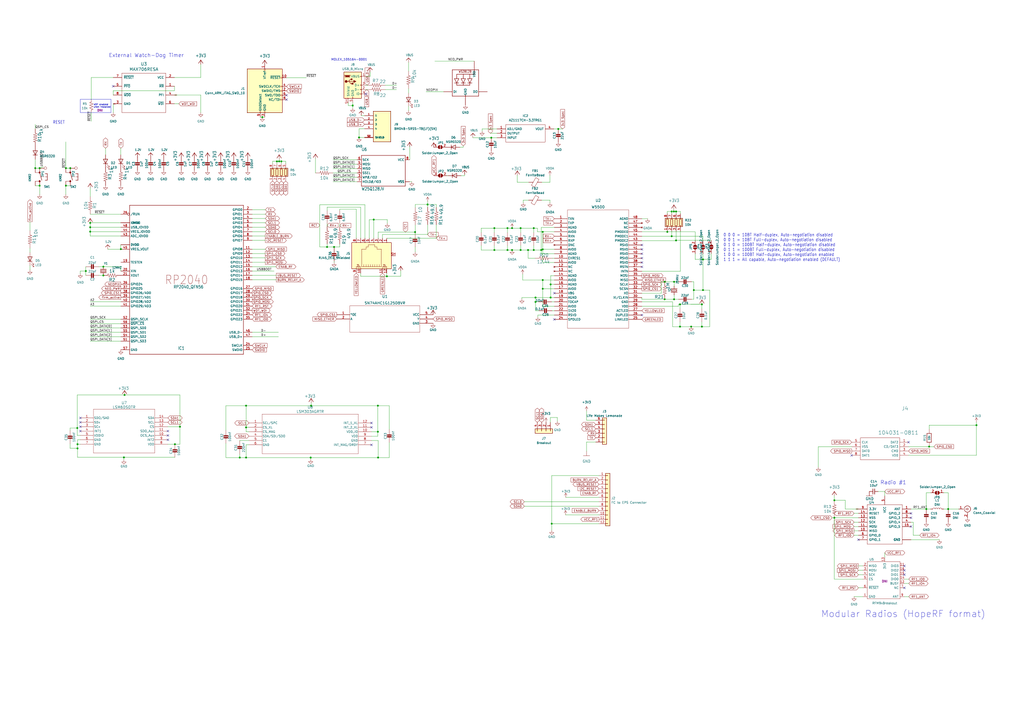
<source format=kicad_sch>
(kicad_sch (version 20230121) (generator eeschema)
  (paper "A2")
  (junction (at 407.797 168.275))
  (junction (at 390.906 122.682))
  (junction (at 189.738 143.256))
  (junction (at 44.958 257.683))
  (junction (at 20.447 97.536))
  (junction (at 389.636 137.033))
  (junction (at 180.467 235.331))
  (junction (at 180.213 265.43))
  (junction (at 391.033 163.449))
  (junction (at 286.766 132.334))
  (junction (at 22.987 107.696))
  (junction (at 550.037 295.275))
  (junction (at 142.748 235.331))
  (junction (at 314.833 162.433))
  (junction (at 219.202 250.444))
  (junction (at 302.006 132.334))
  (junction (at 309.626 145.034))
  (junction (at 320.04 303.784))
  (junction (at 483.997 290.195))
  (junction (at 566.42 246.634))
  (junction (at 309.626 132.334))
  (junction (at 40.767 97.536))
  (junction (at 59.944 159.766))
  (junction (at 44.958 260.096))
  (junction (at 297.053 132.334))
  (junction (at 160.655 93.599))
  (junction (at 314.833 167.513))
  (junction (at 70.104 144.526))
  (junction (at 139.065 265.43))
  (junction (at 38.227 107.696))
  (junction (at 323.85 74.803))
  (junction (at 52.324 134.366))
  (junction (at 319.405 164.973))
  (junction (at 385.572 173.609))
  (junction (at 219.329 265.43))
  (junction (at 392.176 139.446))
  (junction (at 314.833 134.493))
  (junction (at 142.748 247.904))
  (junction (at 286.766 145.034))
  (junction (at 193.802 143.256))
  (junction (at 394.462 189.484))
  (junction (at 394.462 176.53))
  (junction (at 248.031 118.618))
  (junction (at 310.642 175.133))
  (junction (at 314.833 144.653))
  (junction (at 216.789 127.381))
  (junction (at 284.988 79.883))
  (junction (at 52.324 129.286))
  (junction (at 38.227 97.536))
  (junction (at 391.033 173.609))
  (junction (at 161.925 93.599))
  (junction (at 240.792 134.62))
  (junction (at 313.944 145.034))
  (junction (at 142.748 265.43))
  (junction (at 483.997 300.355))
  (junction (at 44.831 248.285))
  (junction (at 59.944 154.686))
  (junction (at 72.263 229.108))
  (junction (at 538.988 259.08))
  (junction (at 389.636 122.682))
  (junction (at 204.597 61.214))
  (junction (at 319.405 172.593))
  (junction (at 101.473 257.683))
  (junction (at 49.784 157.226))
  (junction (at 152.1714 67.945))
  (junction (at 22.987 97.536))
  (junction (at 297.053 145.034))
  (junction (at 385.572 163.449))
  (junction (at 219.202 235.331))
  (junction (at 294.386 145.034))
  (junction (at 407.162 176.53))
  (junction (at 104.394 247.523))
  (junction (at 407.797 150.495))
  (junction (at 224.409 160.274))
  (junction (at 392.176 122.682))
  (junction (at 294.386 132.334))
  (junction (at 163.195 93.599))
  (junction (at 310.642 172.593))
  (junction (at 302.006 145.034))
  (junction (at 407.162 189.484))
  (junction (at 402.463 168.275))
  (junction (at 208.28 79.756))
  (junction (at 306.324 145.034))
  (junction (at 400.939 189.484))
  (junction (at 387.096 134.493))
  (junction (at 537.337 295.275))
  (junction (at 71.882 265.303))
  (junction (at 52.324 131.826))
  (no_connect (at 528.447 300.355))
  (no_connect (at 524.637 328.295))
  (no_connect (at 65.659 50.038))
  (no_connect (at 321.564 170.053))
  (no_connect (at 46.609 244.983))
  (no_connect (at 166.243 57.785))
  (no_connect (at 372.364 182.753))
  (no_connect (at 524.637 330.835))
  (no_connect (at 497.967 313.055))
  (no_connect (at 372.364 142.113))
  (no_connect (at 524.637 340.995))
  (no_connect (at 372.364 154.813))
  (no_connect (at 528.447 305.435))
  (no_connect (at 528.447 297.815))
  (no_connect (at 494.03 264.16))
  (no_connect (at 321.564 185.293))
  (no_connect (at 166.243 55.245))
  (no_connect (at 212.217 54.483))
  (no_connect (at 97.409 255.143))
  (no_connect (at 527.05 256.54))
  (no_connect (at 215.519 258.064))
  (no_connect (at 524.637 333.375))
  (no_connect (at 372.364 144.653))
  (no_connect (at 372.364 147.193))
  (no_connect (at 46.609 250.063))
  (no_connect (at 215.519 245.364))
  (no_connect (at 372.364 149.733))
  (no_connect (at 46.609 247.523))
  (no_connect (at 97.409 252.603))
  (no_connect (at 372.364 152.273))
  (no_connect (at 215.519 247.904))
  (no_connect (at 97.409 250.063))
  (no_connect (at 46.609 242.443))
  (wire (pts (xy 240.919 130.556) (xy 240.919 134.62)))
  (wire (pts (xy 223.52 49.403) (xy 229.997 49.403)))
  (wire (pts (xy 193.167 95.25) (xy 207.137 95.25)))
  (wire (pts (xy 383.667 163.449) (xy 383.667 170.053)))
  (wire (pts (xy 214.249 127.381) (xy 216.789 127.381)))
  (wire (pts (xy 139.065 263.398) (xy 139.065 265.43)))
  (wire (pts (xy 500.507 340.995) (xy 497.967 340.995)))
  (wire (pts (xy 225.806 249.047) (xy 225.806 235.331)))
  (wire (pts (xy 497.967 305.435) (xy 495.427 305.435)))
  (wire (pts (xy 306.705 105.791) (xy 300.101 105.791)))
  (wire (pts (xy 216.789 127.381) (xy 224.663 127.381)))
  (wire (pts (xy 391.033 163.449) (xy 393.573 163.449)))
  (wire (pts (xy 403.225 150.495) (xy 407.797 150.495)))
  (wire (pts (xy 139.065 255.524) (xy 144.399 255.524)))
  (wire (pts (xy 70.104 85.979) (xy 70.104 89.789)))
  (wire (pts (xy 202.057 61.214) (xy 204.597 61.214)))
  (wire (pts (xy 407.797 168.275) (xy 411.734 168.275)))
  (wire (pts (xy 495.427 310.515) (xy 497.967 310.515)))
  (wire (pts (xy 407.797 150.495) (xy 412.623 150.495)))
  (wire (pts (xy 219.329 138.176) (xy 219.329 134.62)))
  (wire (pts (xy 52.324 197.866) (xy 70.104 197.866)))
  (wire (pts (xy 314.833 134.493) (xy 314.833 144.653)))
  (wire (pts (xy 215.519 255.524) (xy 219.329 255.524)))
  (wire (pts (xy 314.833 177.673) (xy 314.833 167.513)))
  (wire (pts (xy 306.324 149.733) (xy 306.324 145.034)))
  (wire (pts (xy 321.564 131.953) (xy 313.944 131.953)))
  (wire (pts (xy 40.64 248.285) (xy 44.831 248.285)))
  (wire (pts (xy 547.497 285.877) (xy 550.037 285.877)))
  (wire (pts (xy 269.494 101.854) (xy 269.494 101.219)))
  (wire (pts (xy 215.519 250.444) (xy 219.202 250.444)))
  (wire (pts (xy 297.053 132.334) (xy 302.006 132.334)) (stroke (width 0.1524)))
  (wire (pts (xy 213.36 49.403) (xy 212.217 49.403)))
  (wire (pts (xy 131.064 257.175) (xy 131.064 265.43)))
  (wire (pts (xy 52.324 192.786) (xy 70.104 192.786)))
  (wire (pts (xy 393.573 176.53) (xy 394.462 176.53)))
  (wire (pts (xy 180.213 265.43) (xy 180.213 266.446)))
  (wire (pts (xy 340.233 256.413) (xy 340.233 261.747)))
  (wire (pts (xy 219.202 235.331) (xy 180.467 235.331)))
  (wire (pts (xy 62.484 144.526) (xy 70.104 144.526)))
  (wire (pts (xy 44.831 229.108) (xy 72.263 229.108)))
  (wire (pts (xy 146.304 149.606) (xy 153.924 149.606)))
  (wire (pts (xy 240.792 143.256) (xy 240.792 146.177)))
  (wire (pts (xy 97.409 257.683) (xy 101.473 257.683)))
  (wire (pts (xy 142.748 235.331) (xy 142.748 247.904)))
  (wire (pts (xy 310.642 180.213) (xy 310.642 175.133)))
  (wire (pts (xy 538.988 248.92) (xy 538.988 246.634)))
  (wire (pts (xy 146.304 131.826) (xy 153.924 131.826)))
  (wire (pts (xy 313.944 145.034) (xy 309.626 145.034)))
  (wire (pts (xy 240.919 120.396) (xy 240.919 118.618)))
  (wire (pts (xy 139.065 255.778) (xy 139.065 255.524)))
  (wire (pts (xy 326.39 74.803) (xy 323.85 74.803)))
  (wire (pts (xy 38.227 82.296) (xy 38.227 97.536)))
  (wire (pts (xy 303.149 162.433) (xy 303.149 159.004)))
  (wire (pts (xy 65.659 60.198) (xy 65.659 65.278)))
  (wire (pts (xy 539.877 285.877) (xy 537.337 285.877)))
  (wire (pts (xy 209.169 138.176) (xy 209.169 120.142)))
  (wire (pts (xy 257.302 53.213) (xy 247.142 53.213)))
  (wire (pts (xy 403.225 134.493) (xy 387.096 134.493)))
  (wire (pts (xy 302.006 142.494) (xy 302.006 145.034)) (stroke (width 0.1524)))
  (wire (pts (xy 313.944 131.953) (xy 313.944 145.034)))
  (wire (pts (xy 550.037 295.275) (xy 556.133 295.275)))
  (wire (pts (xy 204.597 61.214) (xy 204.597 59.563)))
  (wire (pts (xy 309.626 142.494) (xy 309.626 145.034)))
  (wire (pts (xy 216.789 127.381) (xy 216.789 138.176)))
  (wire (pts (xy 304.165 293.624) (xy 347.472 293.624)))
  (wire (pts (xy 131.064 249.555) (xy 131.064 235.331)))
  (wire (pts (xy 306.578 116.078) (xy 303.53 116.078)))
  (wire (pts (xy 483.997 300.355) (xy 483.997 335.915)))
  (wire (pts (xy 490.347 295.275) (xy 490.347 290.195)))
  (wire (pts (xy 391.033 165.989) (xy 391.033 163.449)))
  (wire (pts (xy 70.104 141.986) (xy 70.104 144.526)))
  (wire (pts (xy 529.717 302.895) (xy 529.717 310.515)))
  (wire (pts (xy 163.195 93.599) (xy 161.925 93.599)))
  (wire (pts (xy 165.735 93.599) (xy 163.195 93.599)))
  (wire (pts (xy 314.833 167.513) (xy 314.833 162.433)))
  (wire (pts (xy 391.033 163.449) (xy 385.572 163.449)))
  (wire (pts (xy 390.906 121.412) (xy 390.906 122.682)))
  (wire (pts (xy 393.573 177.673) (xy 393.573 176.53)))
  (wire (pts (xy 204.597 61.214) (xy 204.597 62.738)))
  (wire (pts (xy 211.709 118.745) (xy 185.547 118.745)))
  (wire (pts (xy 240.792 134.62) (xy 240.792 135.636)))
  (wire (pts (xy 372.364 173.609) (xy 372.364 172.593)))
  (wire (pts (xy 146.304 147.066) (xy 153.924 147.066)))
  (wire (pts (xy 207.137 100.33) (xy 193.167 100.33)))
  (wire (pts (xy 219.202 250.444) (xy 219.202 235.331)))
  (wire (pts (xy 20.447 107.696) (xy 22.987 107.696)))
  (wire (pts (xy 312.674 180.213) (xy 310.642 180.213)))
  (wire (pts (xy 209.55 67.056) (xy 209.55 66.929)))
  (wire (pts (xy 550.037 285.877) (xy 550.037 295.275)))
  (wire (pts (xy 279.146 142.494) (xy 279.146 145.034)) (stroke (width 0.1524)))
  (wire (pts (xy 497.967 295.275) (xy 490.347 295.275)))
  (wire (pts (xy 193.802 151.511) (xy 193.802 152.273)))
  (wire (pts (xy 391.033 171.069) (xy 391.033 173.609)))
  (wire (pts (xy 225.806 235.331) (xy 219.202 235.331)))
  (wire (pts (xy 392.176 123.952) (xy 392.176 122.682)))
  (wire (pts (xy 412.623 139.446) (xy 392.176 139.446)))
  (wire (pts (xy 394.716 123.952) (xy 394.716 122.682)))
  (wire (pts (xy 160.655 93.599) (xy 160.655 94.869)))
  (wire (pts (xy 407.797 147.193) (xy 407.797 150.495)))
  (wire (pts (xy 314.325 105.791) (xy 319.024 105.791)))
  (wire (pts (xy 237.617 85.09) (xy 237.617 92.71)))
  (wire (pts (xy 70.104 154.686) (xy 70.104 157.226)))
  (wire (pts (xy 513.207 320.675) (xy 513.207 323.215)))
  (wire (pts (xy 70.104 175.006) (xy 52.324 175.006)))
  (wire (pts (xy 146.304 129.286) (xy 153.924 129.286)))
  (wire (pts (xy 223.52 51.943) (xy 229.997 51.943)))
  (wire (pts (xy 232.41 156.972) (xy 232.41 160.274)))
  (wire (pts (xy 347.472 275.844) (xy 320.04 275.844)))
  (wire (pts (xy 302.006 145.034) (xy 306.324 145.034)) (stroke (width 0.1524)))
  (wire (pts (xy 538.988 246.634) (xy 566.42 246.634)))
  (wire (pts (xy 44.958 255.143) (xy 44.958 257.683)))
  (wire (pts (xy 340.233 243.713) (xy 345.567 243.713)))
  (wire (pts (xy 158.115 93.599) (xy 158.115 94.869)))
  (wire (pts (xy 394.462 176.53) (xy 407.162 176.53)) (stroke (width 0.1524)))
  (wire (pts (xy 131.064 265.43) (xy 139.065 265.43)))
  (wire (pts (xy 483.997 300.355) (xy 497.967 300.355)))
  (wire (pts (xy 266.827 85.344) (xy 268.732 85.344)))
  (wire (pts (xy 17.399 154.051) (xy 17.399 156.591)))
  (wire (pts (xy 313.944 147.193) (xy 313.944 145.034)))
  (wire (pts (xy 183.007 91.948) (xy 183.007 100.33)))
  (wire (pts (xy 253.111 118.618) (xy 253.111 120.269)))
  (wire (pts (xy 224.409 160.274) (xy 224.409 158.496)))
  (wire (pts (xy 193.167 105.41) (xy 207.137 105.41)))
  (polyline (pts (xy 46.609 57.658) (xy 64.389 57.658)))
  (wire (pts (xy 116.459 55.118) (xy 116.459 65.278)))
  (wire (pts (xy 497.967 302.895) (xy 495.427 302.895)))
  (wire (pts (xy 44.958 257.683) (xy 46.609 257.683)))
  (wire (pts (xy 153.924 124.206) (xy 146.304 124.206)))
  (wire (pts (xy 311.785 134.493) (xy 311.785 132.334)))
  (wire (pts (xy 392.176 134.112) (xy 392.176 139.446)))
  (wire (pts (xy 236.982 51.435) (xy 236.982 53.975)))
  (polyline (pts (xy 46.609 65.278) (xy 46.609 57.658)))
  (wire (pts (xy 52.324 136.906) (xy 52.324 134.366)))
  (wire (pts (xy 402.463 168.275) (xy 407.797 168.275)))
  (wire (pts (xy 302.006 132.334) (xy 309.626 132.334)) (stroke (width 0.1524)))
  (wire (pts (xy 389.636 137.033) (xy 372.364 137.033)))
  (wire (pts (xy 116.459 44.958) (xy 116.459 37.338)))
  (wire (pts (xy 221.869 136.017) (xy 248.031 136.017)))
  (wire (pts (xy 385.572 173.609) (xy 391.033 173.609)))
  (wire (pts (xy 323.342 242.189) (xy 323.342 244.348)))
  (wire (pts (xy 319.278 244.983) (xy 319.278 242.189)))
  (wire (pts (xy 407.797 139.573) (xy 407.797 137.033)))
  (wire (pts (xy 70.104 131.826) (xy 52.324 131.826)))
  (wire (pts (xy 312.039 182.753) (xy 321.564 182.753)))
  (wire (pts (xy 52.324 195.326) (xy 70.104 195.326)))
  (wire (pts (xy 297.053 145.034) (xy 302.006 145.034)) (stroke (width 0.1524)))
  (wire (pts (xy 219.329 255.524) (xy 219.329 265.43)))
  (wire (pts (xy 240.919 134.62) (xy 240.792 134.62)))
  (wire (pts (xy 403.225 147.193) (xy 403.225 150.495)))
  (wire (pts (xy 146.304 144.526) (xy 153.924 144.526)))
  (wire (pts (xy 328.168 288.544) (xy 347.472 288.544)))
  (wire (pts (xy 314.833 144.653) (xy 314.833 152.273)))
  (wire (pts (xy 52.324 108.966) (xy 52.324 114.046)))
  (wire (pts (xy 236.982 61.595) (xy 236.982 64.135)))
  (wire (pts (xy 319.024 105.791) (xy 319.024 101.727)))
  (wire (pts (xy 103.759 60.198) (xy 101.219 60.198)))
  (wire (pts (xy 306.324 145.034) (xy 309.626 145.034)) (stroke (width 0.1524)))
  (wire (pts (xy 389.636 134.112) (xy 389.636 137.033)))
  (wire (pts (xy 166.243 45.085) (xy 177.673 45.085)))
  (wire (pts (xy 321.564 172.593) (xy 319.405 172.593)))
  (wire (pts (xy 394.716 157.353) (xy 372.364 157.353)))
  (wire (pts (xy 390.906 122.682) (xy 389.636 122.682)))
  (wire (pts (xy 321.564 134.493) (xy 314.833 134.493)))
  (wire (pts (xy 387.096 134.493) (xy 372.364 134.493)))
  (wire (pts (xy 319.278 242.189) (xy 323.342 242.189)))
  (wire (pts (xy 20.447 74.676) (xy 20.447 72.136)))
  (wire (pts (xy 22.987 97.536) (xy 20.447 97.536)))
  (wire (pts (xy 321.564 177.673) (xy 314.833 177.673)))
  (wire (pts (xy 537.337 285.877) (xy 537.337 295.275)))
  (wire (pts (xy 274.32 79.883) (xy 284.988 79.883)))
  (wire (pts (xy 59.944 154.686) (xy 57.404 154.686)))
  (wire (pts (xy 160.02 154.686) (xy 146.304 154.686)))
  (wire (pts (xy 394.462 176.53) (xy 394.462 179.07)) (stroke (width 0.1524)))
  (wire (pts (xy 17.399 143.891) (xy 17.399 146.431)))
  (wire (pts (xy 394.716 122.682) (xy 392.176 122.682)))
  (wire (pts (xy 310.642 175.133) (xy 310.642 172.593)))
  (wire (pts (xy 294.386 132.334) (xy 297.053 132.334)) (stroke (width 0.1524)))
  (wire (pts (xy 214.249 138.176) (xy 214.249 127.381)))
  (wire (pts (xy 372.364 126.873) (xy 375.666 126.873)))
  (wire (pts (xy 248.031 116.84) (xy 248.031 118.618)))
  (wire (pts (xy 304.165 291.084) (xy 347.472 291.084)))
  (wire (pts (xy 513.207 285.115) (xy 509.397 285.115)))
  (wire (pts (xy 44.958 257.683) (xy 44.958 260.096)))
  (wire (pts (xy 219.329 134.62) (xy 240.792 134.62)))
  (wire (pts (xy 97.409 247.523) (xy 104.394 247.523)))
  (wire (pts (xy 319.024 116.078) (xy 319.024 117.602)))
  (wire (pts (xy 389.636 122.682) (xy 387.096 122.682)))
  (wire (pts (xy 116.459 44.958) (xy 101.219 44.958)))
  (wire (pts (xy 314.198 116.078) (xy 319.024 116.078)))
  (wire (pts (xy 151.003 67.945) (xy 152.1714 67.945)))
  (wire (pts (xy 314.833 144.653) (xy 321.564 144.653)))
  (wire (pts (xy 286.766 134.874) (xy 286.766 132.334)) (stroke (width 0.1524)))
  (wire (pts (xy 40.64 260.096) (xy 44.958 260.096)))
  (wire (pts (xy 224.663 127.381) (xy 224.663 129.54)))
  (wire (pts (xy 146.304 134.366) (xy 153.924 134.366)))
  (wire (pts (xy 407.797 150.622) (xy 407.797 168.275)))
  (wire (pts (xy 104.394 257.683) (xy 104.394 247.523)))
  (wire (pts (xy 527.05 264.16) (xy 566.42 264.16)))
  (wire (pts (xy 65.659 44.958) (xy 52.959 44.958)))
  (wire (pts (xy 314.833 162.433) (xy 303.149 162.433)))
  (wire (pts (xy 131.064 235.331) (xy 142.748 235.331)))
  (wire (pts (xy 146.304 126.746) (xy 153.924 126.746)))
  (wire (pts (xy 286.766 132.334) (xy 294.386 132.334)) (stroke (width 0.1524)))
  (wire (pts (xy 248.031 130.302) (xy 248.031 136.017)))
  (wire (pts (xy 52.959 44.958) (xy 52.959 57.658)))
  (wire (pts (xy 345.567 256.413) (xy 340.233 256.413)))
  (wire (pts (xy 321.564 159.893) (xy 319.405 159.893)))
  (wire (pts (xy 279.146 132.334) (xy 286.766 132.334)) (stroke (width 0.1524)))
  (wire (pts (xy 52.324 134.366) (xy 52.324 131.826)))
  (wire (pts (xy 44.958 265.303) (xy 71.882 265.303)))
  (wire (pts (xy 52.324 177.546) (xy 70.104 177.546)))
  (wire (pts (xy 219.329 265.43) (xy 180.213 265.43)))
  (wire (pts (xy 411.734 168.275) (xy 411.734 189.484)))
  (wire (pts (xy 294.386 142.494) (xy 294.386 145.034)) (stroke (width 0.1524)))
  (wire (pts (xy 383.667 170.053) (xy 372.364 170.053)))
  (wire (pts (xy 402.463 173.609) (xy 402.463 168.275)))
  (wire (pts (xy 208.28 74.676) (xy 208.28 79.756)))
  (wire (pts (xy 302.006 134.874) (xy 302.006 132.334)) (stroke (width 0.1524)))
  (wire (pts (xy 390.144 189.484) (xy 394.462 189.484)))
  (wire (pts (xy 44.831 252.603) (xy 44.831 248.285)))
  (wire (pts (xy 310.642 172.593) (xy 302.768 172.593)))
  (wire (pts (xy 321.564 162.433) (xy 314.833 162.433)))
  (wire (pts (xy 189.738 143.256) (xy 193.802 143.256)))
  (wire (pts (xy 321.564 164.973) (xy 319.405 164.973)))
  (wire (pts (xy 284.48 77.343) (xy 288.29 77.343)))
  (wire (pts (xy 71.882 265.303) (xy 71.882 266.7)))
  (wire (pts (xy 394.716 134.112) (xy 394.716 157.353)))
  (wire (pts (xy 146.304 136.906) (xy 153.924 136.906)))
  (wire (pts (xy 146.304 159.766) (xy 160.274 159.766)))
  (wire (pts (xy 286.766 142.494) (xy 286.766 145.034)) (stroke (width 0.1524)))
  (wire (pts (xy 279.654 76.073) (xy 279.654 74.803)))
  (wire (pts (xy 319.405 164.973) (xy 319.405 172.593)))
  (wire (pts (xy 212.217 44.323) (xy 214.757 44.323)))
  (wire (pts (xy 528.447 313.055) (xy 544.957 313.055)))
  (wire (pts (xy 392.176 122.682) (xy 390.906 122.682)))
  (wire (pts (xy 40.767 107.696) (xy 38.227 107.696)))
  (wire (pts (xy 347.472 298.704) (xy 328.041 298.704)))
  (wire (pts (xy 320.294 180.213) (xy 321.564 180.213)))
  (wire (pts (xy 209.169 158.496) (xy 209.169 160.274)))
  (wire (pts (xy 319.405 159.893) (xy 319.405 164.973)))
  (wire (pts (xy 407.162 176.53) (xy 400.685 176.53)))
  (wire (pts (xy 248.031 118.618) (xy 248.031 120.142)))
  (wire (pts (xy 412.623 150.495) (xy 412.623 147.066)))
  (wire (pts (xy 207.137 102.87) (xy 193.167 102.87)))
  (wire (pts (xy 309.626 132.334) (xy 309.626 134.874)) (stroke (width 0.1524)))
  (wire (pts (xy 142.748 235.331) (xy 180.467 235.331)))
  (wire (pts (xy 527.177 346.075) (xy 524.637 346.075)))
  (wire (pts (xy 197.104 141.605) (xy 197.104 143.256)))
  (wire (pts (xy 495.427 346.075) (xy 500.507 346.075)))
  (wire (pts (xy 225.806 256.667) (xy 225.806 265.43)))
  (wire (pts (xy 248.031 118.618) (xy 253.111 118.618)))
  (wire (pts (xy 303.53 116.078) (xy 303.53 117.602)))
  (wire (pts (xy 394.462 186.69) (xy 394.462 189.484)))
  (wire (pts (xy 219.202 252.984) (xy 219.202 250.444)))
  (wire (pts (xy 104.394 247.523) (xy 104.394 229.108)))
  (wire (pts (xy 240.919 118.618) (xy 248.031 118.618)))
  (wire (pts (xy 185.547 143.256) (xy 189.738 143.256)))
  (wire (pts (xy 259.334 101.854) (xy 259.842 101.854)))
  (wire (pts (xy 320.548 149.733) (xy 321.564 149.733)))
  (wire (pts (xy 528.447 295.275) (xy 537.337 295.275)))
  (wire (pts (xy 253.111 130.429) (xy 253.111 138.176)))
  (wire (pts (xy 101.473 265.303) (xy 71.882 265.303)))
  (wire (pts (xy 494.03 259.08) (xy 474.726 259.08)))
  (wire (pts (xy 40.64 257.429) (xy 40.64 260.096)))
  (wire (pts (xy 497.967 307.975) (xy 495.427 307.975)))
  (wire (pts (xy 46.609 255.143) (xy 44.958 255.143)))
  (wire (pts (xy 207.137 92.71) (xy 193.167 92.71)))
  (wire (pts (xy 302.768 172.593) (xy 302.768 173.355)))
  (wire (pts (xy 52.324 131.826) (xy 52.324 129.286)))
  (wire (pts (xy 393.573 173.609) (xy 391.033 173.609)))
  (wire (pts (xy 46.609 252.603) (xy 44.831 252.603)))
  (wire (pts (xy 52.959 65.278) (xy 52.959 70.358)))
  (wire (pts (xy 372.364 177.673) (xy 393.573 177.673)))
  (wire (pts (xy 144.399 258.064) (xy 142.748 258.064)))
  (wire (pts (xy 146.304 162.306) (xy 160.274 162.306)))
  (wire (pts (xy 185.547 118.745) (xy 185.547 143.256)))
  (wire (pts (xy 321.564 167.513) (xy 314.833 167.513)))
  (wire (pts (xy 268.732 84.582) (xy 268.732 85.344)))
  (polyline (pts (xy 64.389 65.278) (xy 46.609 65.278)))
  (wire (pts (xy 320.04 303.784) (xy 320.04 307.594)))
  (wire (pts (xy 387.096 134.112) (xy 387.096 134.493)))
  (wire (pts (xy 407.162 179.07) (xy 407.162 176.53)) (stroke (width 0.1524)))
  (wire (pts (xy 407.797 137.033) (xy 389.636 137.033)))
  (polyline (pts (xy 64.389 57.658) (xy 64.389 65.278)))
  (wire (pts (xy 144.399 250.444) (xy 142.748 250.444)))
  (wire (pts (xy 221.869 138.176) (xy 221.869 136.017)))
  (wire (pts (xy 44.958 260.096) (xy 44.958 265.303)))
  (wire (pts (xy 38.227 97.536) (xy 40.767 97.536)))
  (wire (pts (xy 527.177 338.455) (xy 524.637 338.455)))
  (wire (pts (xy 206.629 121.285) (xy 197.104 121.285)))
  (wire (pts (xy 490.347 290.195) (xy 483.997 290.195)))
  (wire (pts (xy 70.104 187.706) (xy 52.324 187.706)))
  (wire (pts (xy 500.507 328.295) (xy 497.967 328.295)))
  (wire (pts (xy 70.104 129.286) (xy 52.324 129.286)))
  (wire (pts (xy 142.748 265.43) (xy 180.213 265.43)))
  (wire (pts (xy 206.629 138.176) (xy 206.629 121.285)))
  (wire (pts (xy 279.146 134.874) (xy 279.146 132.334)) (stroke (width 0.1524)))
  (wire (pts (xy 320.04 175.133) (xy 321.564 175.133)))
  (wire (pts (xy 70.104 136.906) (xy 52.324 136.906)))
  (wire (pts (xy 44.831 248.285) (xy 44.831 229.108)))
  (wire (pts (xy 142.748 258.064) (xy 142.748 265.43)))
  (wire (pts (xy 101.219 55.118) (xy 116.459 55.118)))
  (wire (pts (xy 40.64 249.809) (xy 40.64 248.285)))
  (wire (pts (xy 279.146 145.034) (xy 286.766 145.034)) (stroke (width 0.1524)))
  (wire (pts (xy 70.104 185.166) (xy 52.324 185.166)))
  (wire (pts (xy 146.304 121.666) (xy 153.924 121.666)))
  (wire (pts (xy 165.735 94.869) (xy 165.735 93.599)))
  (wire (pts (xy 104.394 229.108) (xy 72.263 229.108)))
  (wire (pts (xy 211.455 67.056) (xy 209.55 67.056)))
  (wire (pts (xy 70.104 134.366) (xy 52.324 134.366)))
  (wire (pts (xy 392.176 139.446) (xy 392.176 139.573)))
  (wire (pts (xy 284.988 79.883) (xy 288.29 79.883)))
  (wire (pts (xy 202.057 61.214) (xy 202.057 59.563)))
  (wire (pts (xy 101.219 52.578) (xy 101.219 50.038)))
  (wire (pts (xy 547.497 295.275) (xy 550.037 295.275)))
  (wire (pts (xy 411.734 189.484) (xy 407.162 189.484)))
  (wire (pts (xy 161.925 92.329) (xy 161.925 93.599)))
  (wire (pts (xy 527.177 335.915) (xy 524.637 335.915)))
  (wire (pts (xy 65.659 52.578) (xy 101.219 52.578)))
  (wire (pts (xy 214.757 44.323) (xy 214.757 41.783)))
  (wire (pts (xy 20.447 92.456) (xy 20.447 97.536)))
  (wire (pts (xy 215.519 252.984) (xy 219.202 252.984)))
  (wire (pts (xy 209.169 120.142) (xy 189.738 120.142)))
  (wire (pts (xy 286.766 145.034) (xy 294.386 145.034)) (stroke (width 0.1524)))
  (wire (pts (xy 101.473 257.683) (xy 104.394 257.683)))
  (wire (pts (xy 529.717 310.515) (xy 533.527 310.515)))
  (wire (pts (xy 372.364 175.133) (xy 390.144 175.133)))
  (wire (pts (xy 57.404 159.766) (xy 59.944 159.766)))
  (wire (pts (xy 207.137 97.79) (xy 193.167 97.79)))
  (wire (pts (xy 340.233 238.379) (xy 340.233 243.713)))
  (wire (pts (xy 394.462 189.484) (xy 400.939 189.484)))
  (wire (pts (xy 208.28 79.756) (xy 211.455 79.756)))
  (wire (pts (xy 483.997 335.915) (xy 500.507 335.915)))
  (wire (pts (xy 22.987 107.696) (xy 22.987 112.776)))
  (wire (pts (xy 497.967 297.815) (xy 495.427 297.815)))
  (wire (pts (xy 312.42 175.133) (xy 310.642 175.133)))
  (wire (pts (xy 70.104 124.206) (xy 52.324 124.206)))
  (wire (pts (xy 189.738 141.478) (xy 189.738 143.256)))
  (wire (pts (xy 142.748 250.444) (xy 142.748 247.904)))
  (wire (pts (xy 320.04 275.844) (xy 320.04 303.784)))
  (wire (pts (xy 407.162 186.69) (xy 407.162 189.484)))
  (wire (pts (xy 211.709 138.176) (xy 211.709 118.745)))
  (wire (pts (xy 160.655 93.599) (xy 158.115 93.599)))
  (wire (pts (xy 294.386 145.034) (xy 297.053 145.034)) (stroke (width 0.1524)))
  (wire (pts (xy 402.463 168.275) (xy 402.463 163.449)))
  (wire (pts (xy 482.727 300.355) (xy 483.997 300.355)))
  (wire (pts (xy 49.784 157.226) (xy 49.784 159.766)))
  (wire (pts (xy 180.467 233.68) (xy 180.467 235.331)))
  (wire (pts (xy 500.507 330.835) (xy 497.967 330.835)))
  (wire (pts (xy 400.939 189.484) (xy 407.162 189.484)))
  (wire (pts (xy 513.207 285.115) (xy 513.207 287.655)))
  (wire (pts (xy 225.806 265.43) (xy 219.329 265.43)))
  (wire (pts (xy 52.324 190.246) (xy 70.104 190.246)))
  (wire (pts (xy 146.304 192.786) (xy 161.544 192.786)))
  (wire (pts (xy 383.667 163.449) (xy 385.572 163.449)))
  (wire (pts (xy 566.42 246.634) (xy 566.42 264.16)))
  (wire (pts (xy 46.609 157.226) (xy 49.784 157.226)))
  (wire (pts (xy 189.738 129.794) (xy 189.738 131.318)))
  (wire (pts (xy 237.617 105.41) (xy 238.887 105.41)))
  (wire (pts (xy 139.065 265.43) (xy 142.748 265.43)))
  (wire (pts (xy 152.1714 67.945) (xy 153.543 67.945)))
  (wire (pts (xy 387.096 122.682) (xy 387.096 123.952)))
  (wire (pts (xy 253.111 138.176) (xy 224.409 138.176)))
  (wire (pts (xy 538.988 259.08) (xy 541.782 259.08)))
  (wire (pts (xy 320.04 303.784) (xy 347.472 303.784)))
  (wire (pts (xy 146.304 152.146) (xy 153.924 152.146)))
  (wire (pts (xy 65.659 55.118) (xy 65.659 52.578)))
  (wire (pts (xy 527.05 259.08) (xy 538.988 259.08)))
  (wire (pts (xy 314.833 134.493) (xy 311.785 134.493)))
  (wire (pts (xy 146.304 157.226) (xy 159.004 157.226)))
  (wire (pts (xy 321.564 152.273) (xy 314.833 152.273)))
  (wire (pts (xy 403.225 139.573) (xy 403.225 134.493)))
  (wire (pts (xy 389.636 122.682) (xy 389.636 123.952)))
  (wire (pts (xy 197.104 129.794) (xy 197.104 131.445)))
  (wire (pts (xy 213.36 51.943) (xy 212.217 51.943)))
  (wire (pts (xy 310.388 149.733) (xy 306.324 149.733)))
  (wire (pts (xy 392.176 139.573) (xy 372.364 139.573)))
  (wire (pts (xy 49.784 154.686) (xy 49.784 157.226)))
  (wire (pts (xy 46.609 158.75) (xy 46.609 157.226)))
  (wire (pts (xy 401.193 163.449) (xy 402.463 163.449)))
  (wire (pts (xy 321.564 147.193) (xy 313.944 147.193)))
  (wire (pts (xy 390.144 175.133) (xy 390.144 189.484)))
  (wire (pts (xy 279.654 74.803) (xy 288.29 74.803)))
  (wire (pts (xy 144.399 247.904) (xy 142.748 247.904)))
  (wire (pts (xy 500.507 333.375) (xy 497.967 333.375)))
  (wire (pts (xy 209.169 160.274) (xy 224.409 160.274)))
  (wire (pts (xy 25.146 96.647) (xy 22.987 97.536)))
  (wire (pts (xy 319.405 172.593) (xy 310.642 172.593)))
  (wire (pts (xy 566.42 244.856) (xy 566.42 246.634)))
  (wire (pts (xy 17.399 133.731) (xy 17.399 128.651)))
  (wire (pts (xy 323.85 74.803) (xy 321.31 74.803)))
  (wire (pts (xy 236.982 41.275) (xy 236.982 36.195)))
  (wire (pts (xy 474.726 259.08) (xy 474.726 271.018)))
  (wire (pts (xy 197.104 121.285) (xy 197.104 122.174)))
  (wire (pts (xy 193.802 143.256) (xy 197.104 143.256)))
  (wire (pts (xy 401.193 173.609) (xy 402.463 173.609)))
  (wire (pts (xy 311.785 132.334) (xy 309.626 132.334)))
  (wire (pts (xy 146.304 139.446) (xy 153.924 139.446)))
  (wire (pts (xy 189.738 120.142) (xy 189.738 122.174)))
  (wire (pts (xy 211.455 74.676) (xy 208.28 74.676)))
  (wire (pts (xy 38.227 112.776) (xy 38.227 107.696)))
  (wire (pts (xy 163.195 94.869) (xy 163.195 93.599)))
  (wire (pts (xy 312.039 183.896) (xy 312.039 182.753)))
  (wire (pts (xy 483.997 290.195) (xy 483.997 287.655)))
  (wire (pts (xy 146.304 195.326) (xy 161.544 195.326)))
  (wire (pts (xy 232.41 160.274) (xy 224.409 160.274)))
  (wire (pts (xy 528.447 302.895) (xy 529.717 302.895)))
  (wire (pts (xy 267.462 101.854) (xy 269.494 101.854)))
  (wire (pts (xy 193.802 143.256) (xy 193.802 143.891)))
  (wire (pts (xy 59.944 154.686) (xy 70.104 154.686)))
  (wire (pts (xy 275.082 35.433) (xy 252.222 35.433)))
  (wire (pts (xy 294.386 134.874) (xy 294.386 132.334)) (stroke (width 0.1524)))
  (wire (pts (xy 61.214 85.979) (xy 61.214 89.789)))
  (wire (pts (xy 161.925 93.599) (xy 160.655 93.599)))
  (wire (pts (xy 372.364 173.609) (xy 385.572 173.609)))
  (wire (pts (xy 537.337 295.275) (xy 539.877 295.275)))
  (wire (pts (xy 300.101 105.791) (xy 300.101 101.727)))
  (text "Radio #1" (at 510.667 281.305 0) (effects (font (size 2.159 2.159)) (justify left bottom)))
  (text "0 0 0 = 10BT Half-duplex, Auto-negotiation disabled\n0 0 1 = 10BT Full-duplex, Auto-negotiation disabled\n0 1 0 = 100BT Half-duplex, Auto-negotiation disabled\n0 1 1 = 100BT Full-duplex, Auto-negotiation disabled\n1 0 0 = 100BT Half-duplex, Auto-negotiation enabled\n1 1 1 = All capable, Auto-negotiation enabled (DEFAULT)" (at 419.608 151.765 0) (effects (font (size 1.778 1.5113)) (justify left bottom)))
  (text "Modular Radios (HopeRF format)" (at 476.25 358.521 0) (effects (font (size 3.81 3.81)) (justify left bottom)))
  (text "MOLEX_105164-0001" (at 192.024 35.433 0) (effects (font (size 1.27 1.27)) (justify left bottom)))
  (text "RESET" (at 30.607 72.136 0) (effects (font (size 1.778 1.5113)) (justify left bottom)))
  (text "WDT enabled\nwhen installed" (at 54.229 62.738 0) (effects (font (size 0.889 0.889)) (justify left bottom)))
  (text "External Watch-Dog Timer" (at 63.119 33.528 0) (effects (font (size 2.159 2.159)) (justify left bottom)))
  (label "QSPI_DATA[3]" (at 193.167 105.41 0) (effects (font (size 1.2446 1.2446))))
  (label "D+" (at 227.457 49.403 0) (effects (font (size 1.2446 1.2446))))
  (label "QSPI_DATA[3]" (at 52.324 197.866 0) (effects (font (size 1.2446 1.2446))))
  (label "QSPI_CS" (at 20.447 74.676 0) (effects (font (size 1.2446 1.2446))))
  (label "A2" (at 52.324 175.006 0) (effects (font (size 1.2446 1.2446))))
  (label "D-" (at 227.457 51.943 0) (effects (font (size 1.2446 1.2446))))
  (label "A3" (at 52.324 177.546 0) (effects (font (size 1.2446 1.2446))))
  (label "QSPI_DATA[2]" (at 52.324 195.326 0) (effects (font (size 1.2446 1.2446))))
  (label "QSPI_CS" (at 195.707 100.33 0) (effects (font (size 1.2446 1.2446))))
  (label "QSPI_DATA[0]" (at 52.324 190.246 0) (effects (font (size 1.2446 1.2446))))
  (label "QSPI_DATA[2]" (at 193.167 102.87 0) (effects (font (size 1.2446 1.2446))))
  (label "QSPI_DATA[1]" (at 52.324 192.786 0) (effects (font (size 1.2446 1.2446))))
  (label "NEOPIX" (at 247.142 53.213 0) (effects (font (size 1.2446 1.2446))))
  (label "QSPI_DATA[0]" (at 193.167 95.25 0) (effects (font (size 1.2446 1.2446))))
  (label "D-" (at 151.384 192.786 0) (effects (font (size 1.2446 1.2446))))
  (label "~{RESET}" (at 38.227 97.536 90) (effects (font (size 1.2446 1.2446))))
  (label "~{RESET}" (at 177.673 45.085 0) (effects (font (size 1.2446 1.2446))))
  (label "RF1_ANT" (at 529.717 295.275 0))
  (label "USBBOOT" (at 148.844 157.226 0) (effects (font (size 1.2446 1.2446))))
  (label "QSPI_SCK" (at 52.324 185.166 0) (effects (font (size 1.2446 1.2446))))
  (label "QSPI_DATA[1]" (at 193.167 97.79 0) (effects (font (size 1.2446 1.2446))))
  (label "QSPI_CS" (at 52.324 187.706 0) (effects (font (size 1.2446 1.2446))))
  (label "~{RESET}" (at 52.959 70.358 90) (effects (font (size 1.2446 1.2446))))
  (label "D+" (at 151.384 195.326 0) (effects (font (size 1.2446 1.2446))))
  (label "QSPI_SCK" (at 193.167 92.71 0) (effects (font (size 1.2446 1.2446))))
  (label "NEO_PWR" (at 259.842 35.433 0) (effects (font (size 1.2446 1.2446))))
  (label "USBBOOT" (at 25.146 96.647 90) (effects (font (size 1.2446 1.2446))))
  (label "~{RESET}" (at 54.864 124.206 0) (effects (font (size 1.2446 1.2446))))
  (global_label "SPI0_MISO" (shape output) (at 494.03 261.62 180) (property "Intersheetrefs" "${INTERSHEET_REFS}" (effects hide)))
  (global_label "3v3 Spec" (shape input) (at 268.732 84.582 90) (property "Intersheetrefs" "${INTERSHEET_REFS}" (effects hide)))
  (global_label "3v3 Spec" (shape input) (at 284.48 77.343 90) (property "Intersheetrefs" "${INTERSHEET_REFS}" (effects hide)))
  (global_label "TX" (shape input) (at 345.567 253.873 180) (property "Intersheetrefs" "${INTERSHEET_REFS}" (effects hide)))
  (global_label "SCL1" (shape bidirectional) (at 144.399 245.364 180) (property "Intersheetrefs" "${INTERSHEET_REFS}" (effects hide)))
  (global_label "SPI0_SCK" (shape output) (at 146.304 172.466 0) (property "Intersheetrefs" "${INTERSHEET_REFS}" (effects hide)))
  (global_label "SPI1_CS0" (shape bidirectional) (at 482.727 300.355 180) (property "Intersheetrefs" "${INTERSHEET_REFS}" (effects hide)))
  (global_label "RCT" (shape input) (at 185.547 130.683 180) (property "Intersheetrefs" "${INTERSHEET_REFS}" (effects hide)))
  (global_label "SPI1_MISO" (shape input) (at 153.924 144.526 0) (property "Intersheetrefs" "${INTERSHEET_REFS}" (effects hide)))
  (global_label "SDA1" (shape bidirectional) (at 153.924 126.746 0) (property "Intersheetrefs" "${INTERSHEET_REFS}" (effects hide)))
  (global_label "SCL1" (shape bidirectional) (at 345.567 248.793 180) (property "Intersheetrefs" "${INTERSHEET_REFS}" (effects hide)))
  (global_label "RX+" (shape input) (at 189.738 130.683 0) (property "Intersheetrefs" "${INTERSHEET_REFS}" (effects hide)))
  (global_label "BURN_RELAY_A" (shape output) (at 160.274 162.306 0) (property "Intersheetrefs" "${INTERSHEET_REFS}" (effects hide)))
  (global_label "RF1_IO0" (shape bidirectional) (at 527.177 335.915 0) (property "Intersheetrefs" "${INTERSHEET_REFS}" (effects hide)))
  (global_label "SWDIO" (shape input) (at 166.243 52.705 0) (property "Intersheetrefs" "${INTERSHEET_REFS}" (effects hide)))
  (global_label "SPI1_MOSI" (shape input) (at 495.427 305.435 180) (property "Intersheetrefs" "${INTERSHEET_REFS}" (effects hide)))
  (global_label "SPI0_CS0" (shape input) (at 541.782 259.08 0) (property "Intersheetrefs" "${INTERSHEET_REFS}" (effects hide)))
  (global_label "ENAB_RF" (shape input) (at 347.472 286.004 180) (property "Intersheetrefs" "${INTERSHEET_REFS}" (effects hide)))
  (global_label "I2C_RESET" (shape output) (at 153.924 139.446 0) (property "Intersheetrefs" "${INTERSHEET_REFS}" (effects hide)))
  (global_label "firm_active" (shape output) (at 70.104 172.466 180) (property "Intersheetrefs" "${INTERSHEET_REFS}" (effects hide)))
  (global_label "SCL0" (shape bidirectional) (at 153.924 134.366 0) (property "Intersheetrefs" "${INTERSHEET_REFS}" (effects hide)))
  (global_label "USB_D-" (shape input) (at 212.725 51.943 270) (property "Intersheetrefs" "${INTERSHEET_REFS}" (effects hide)))
  (global_label "SCL1" (shape bidirectional) (at 153.924 129.286 0) (property "Intersheetrefs" "${INTERSHEET_REFS}" (effects hide)))
  (global_label "TX-" (shape input) (at 321.564 126.873 180) (property "Intersheetrefs" "${INTERSHEET_REFS}" (effects hide)))
  (global_label "RF1_IO4" (shape bidirectional) (at 533.527 310.515 0) (property "Intersheetrefs" "${INTERSHEET_REFS}" (effects hide)))
  (global_label "MISO_ETHER" (shape input) (at 195.326 185.039 180) (property "Intersheetrefs" "${INTERSHEET_REFS}" (effects hide)))
  (global_label "SPI0_MISO" (shape input) (at 251.206 185.039 0) (property "Intersheetrefs" "${INTERSHEET_REFS}" (effects hide)))
  (global_label "SPI0_MOSI" (shape output) (at 146.304 175.006 0) (property "Intersheetrefs" "${INTERSHEET_REFS}" (effects hide)))
  (global_label "RX-" (shape input) (at 197.104 130.81 0) (property "Intersheetrefs" "${INTERSHEET_REFS}" (effects hide)))
  (global_label "RF1_RST" (shape bidirectional) (at 497.967 340.995 180) (property "Intersheetrefs" "${INTERSHEET_REFS}" (effects hide)))
  (global_label "GND" (shape bidirectional) (at 101.219 55.118 0) (effects (font (size 0.254 0.254))) (property "Intersheetrefs" "${INTERSHEET_REFS}" (effects hide)))
  (global_label "TX" (shape bidirectional) (at 70.104 85.979 90) (property "Intersheetrefs" "${INTERSHEET_REFS}" (effects hide)))
  (global_label "VBUS_RESET" (shape output) (at 160.274 159.766 0) (property "Intersheetrefs" "${INTERSHEET_REFS}" (effects hide)))
  (global_label "RF1_RST" (shape bidirectional) (at 146.304 177.546 0) (property "Intersheetrefs" "${INTERSHEET_REFS}" (effects hide)))
  (global_label "MISO_ETHER" (shape input) (at 372.364 162.433 0) (property "Intersheetrefs" "${INTERSHEET_REFS}" (effects hide)))
  (global_label "VCC_RF1" (shape bidirectional) (at 513.207 320.675 0) (property "Intersheetrefs" "${INTERSHEET_REFS}" (effects hide)))
  (global_label "3v3 Spec" (shape input) (at 326.39 74.803 90) (property "Intersheetrefs" "${INTERSHEET_REFS}" (effects hide)))
  (global_label "SPI1_MISO" (shape output) (at 495.427 307.975 180) (property "Intersheetrefs" "${INTERSHEET_REFS}" (effects hide)))
  (global_label "RX-" (shape input) (at 321.564 137.033 180) (property "Intersheetrefs" "${INTERSHEET_REFS}" (effects hide)))
  (global_label "SPI1_MOSI" (shape output) (at 153.924 152.146 0) (property "Intersheetrefs" "${INTERSHEET_REFS}" (effects hide)))
  (global_label "RF1_IO0" (shape bidirectional) (at 495.427 310.515 180) (property "Intersheetrefs" "${INTERSHEET_REFS}" (effects hide)))
  (global_label "VCC_RF1" (shape output) (at 347.472 301.244 180) (property "Intersheetrefs" "${INTERSHEET_REFS}" (effects hide)))
  (global_label "USB_D+" (shape input) (at 212.979 49.403 90) (property "Intersheetrefs" "${INTERSHEET_REFS}" (effects hide)))
  (global_label "SPI0_CS0" (shape output) (at 146.304 169.926 0) (property "Intersheetrefs" "${INTERSHEET_REFS}" (effects hide)))
  (global_label "SCL1" (shape bidirectional) (at 163.195 105.029 270) (property "Intersheetrefs" "${INTERSHEET_REFS}" (effects hide)))
  (global_label "SPI0_CS1" (shape output) (at 195.326 182.499 180) (property "Intersheetrefs" "${INTERSHEET_REFS}" (effects hide)))
  (global_label "NEO_PWR" (shape output) (at 70.104 167.386 180) (property "Intersheetrefs" "${INTERSHEET_REFS}" (effects hide)))
  (global_label "SWCLK" (shape input) (at 166.243 50.165 0) (property "Intersheetrefs" "${INTERSHEET_REFS}" (effects hide)))
  (global_label "SDA0" (shape bidirectional) (at 160.655 105.029 270) (property "Intersheetrefs" "${INTERSHEET_REFS}" (effects hide)))
  (global_label "I2C_RESET" (shape input) (at 347.472 283.464 180) (property "Intersheetrefs" "${INTERSHEET_REFS}" (effects hide)))
  (global_label "SDA1" (shape bidirectional) (at 97.409 242.443 0) (property "Intersheetrefs" "${INTERSHEET_REFS}" (effects hide)))
  (global_label "YELLOWLED" (shape input) (at 206.629 158.496 270) (property "Intersheetrefs" "${INTERSHEET_REFS}" (effects hide)))
  (global_label "GREENLED" (shape input) (at 372.364 185.293 0) (property "Intersheetrefs" "${INTERSHEET_REFS}" (effects hide)))
  (global_label "SDA1" (shape bidirectional) (at 314.198 244.983 90) (property "Intersheetrefs" "${INTERSHEET_REFS}" (effects hide)))
  (global_label "SPI0_SCK" (shape input) (at 494.03 256.54 180) (property "Intersheetrefs" "${INTERSHEET_REFS}" (effects hide)))
  (global_label "WDT_WDI" (shape output) (at 146.304 180.086 0) (property "Intersheetrefs" "${INTERSHEET_REFS}" (effects hide)))
  (global_label "SCL1" (shape bidirectional) (at 311.658 244.983 90) (property "Intersheetrefs" "${INTERSHEET_REFS}" (effects hide)))
  (global_label "RX" (shape bidirectional) (at 153.924 124.206 0) (property "Intersheetrefs" "${INTERSHEET_REFS}" (effects hide)))
  (global_label "VBUS_RESET" (shape bidirectional) (at 347.472 280.924 180) (property "Intersheetrefs" "${INTERSHEET_REFS}" (effects hide)))
  (global_label "USB_D+" (shape input) (at 211.455 72.136 180) (property "Intersheetrefs" "${INTERSHEET_REFS}" (effects hide)))
  (global_label "SCL1" (shape bidirectional) (at 97.409 244.983 0) (property "Intersheetrefs" "${INTERSHEET_REFS}" (effects hide)))
  (global_label "ENAB_RF" (shape bidirectional) (at 160.02 154.686 0) (property "Intersheetrefs" "${INTERSHEET_REFS}" (effects hide)))
  (global_label "SPI1_CS0" (shape output) (at 153.924 147.066 0) (property "Intersheetrefs" "${INTERSHEET_REFS}" (effects hide)))
  (global_label "SCL0" (shape bidirectional) (at 158.115 105.029 270) (property "Intersheetrefs" "${INTERSHEET_REFS}" (effects hide)))
  (global_label "SPI0_MOSI" (shape output) (at 372.364 159.893 0) (property "Intersheetrefs" "${INTERSHEET_REFS}" (effects hide)))
  (global_label "NEOPIX" (shape output) (at 70.104 164.846 180) (property "Intersheetrefs" "${INTERSHEET_REFS}" (effects hide)))
  (global_label "firm_active" (shape output) (at 17.399 128.651 90) (property "Intersheetrefs" "${INTERSHEET_REFS}" (effects hide)))
  (global_label "SDA0" (shape bidirectional) (at 304.165 293.624 180) (property "Intersheetrefs" "${INTERSHEET_REFS}" (effects hide)))
  (global_label "TX+" (shape input) (at 253.111 138.176 0) (property "Intersheetrefs" "${INTERSHEET_REFS}" (effects hide)))
  (global_label "SDA1" (shape bidirectional) (at 345.567 246.253 180) (property "Intersheetrefs" "${INTERSHEET_REFS}" (effects hide)))
  (global_label "BURN_RELAY_A" (shape input) (at 347.472 278.384 180) (property "Intersheetrefs" "${INTERSHEET_REFS}" (effects hide)))
  (global_label "TX" (shape bidirectional) (at 153.924 121.666 0) (property "Intersheetrefs" "${INTERSHEET_REFS}" (effects hide)))
  (global_label "RF1_RST" (shape bidirectional) (at 495.427 297.815 180) (property "Intersheetrefs" "${INTERSHEET_REFS}" (effects hide)))
  (global_label "SPI1_MISO" (shape output) (at 497.967 328.295 180) (property "Intersheetrefs" "${INTERSHEET_REFS}" (effects hide)))
  (global_label "SDA1" (shape bidirectional) (at 144.399 252.984 180) (property "Intersheetrefs" "${INTERSHEET_REFS}" (effects hide)))
  (global_label "SPI1_SCK" (shape output) (at 153.924 149.606 0) (property "Intersheetrefs" "${INTERSHEET_REFS}" (effects hide)))
  (global_label "RF1_IO4" (shape bidirectional) (at 527.177 338.455 0) (property "Intersheetrefs" "${INTERSHEET_REFS}" (effects hide)))
  (global_label "TX+" (shape input) (at 321.564 129.413 180) (property "Intersheetrefs" "${INTERSHEET_REFS}" (effects hide)))
  (global_label "RX" (shape bidirectional) (at 61.214 85.979 90) (property "Intersheetrefs" "${INTERSHEET_REFS}" (effects hide)))
  (global_label "SPI0_SCK" (shape output) (at 372.364 164.973 0) (property "Intersheetrefs" "${INTERSHEET_REFS}" (effects hide)))
  (global_label "WDT_WDI" (shape input) (at 103.759 60.198 0) (property "Intersheetrefs" "${INTERSHEET_REFS}" (effects hide)))
  (global_label "SPI0_MISO" (shape input) (at 146.304 167.386 0) (property "Intersheetrefs" "${INTERSHEET_REFS}" (effects hide)))
  (global_label "SPI1_SCK" (shape input) (at 497.967 333.375 180) (property "Intersheetrefs" "${INTERSHEET_REFS}" (effects hide)))
  (global_label "SPI1_SCK" (shape input) (at 495.427 302.895 180) (property "Intersheetrefs" "${INTERSHEET_REFS}" (effects hide)))
  (global_label "GREENLED" (shape input) (at 221.869 158.496 270) (property "Intersheetrefs" "${INTERSHEET_REFS}" (effects hide)))
  (global_label "TCT" (shape input) (at 235.204 134.62 90) (property "Intersheetrefs" "${INTERSHEET_REFS}" (effects hide)))
  (global_label "SWDIO" (shape input) (at 146.304 202.946 0) (property "Intersheetrefs" "${INTERSHEET_REFS}" (effects hide)))
  (global_label "VCC_RF1" (shape bidirectional) (at 513.207 285.115 0) (property "Intersheetrefs" "${INTERSHEET_REFS}" (effects hide)))
  (global_label "RX" (shape output) (at 345.567 251.333 180) (property "Intersheetrefs" "${INTERSHEET_REFS}" (effects hide)))
  (global_label "SPI0_CS1" (shape output) (at 70.104 169.926 180) (property "Intersheetrefs" "${INTERSHEET_REFS}" (effects hide)))
  (global_label "ENABLE_BURN" (shape input) (at 347.472 296.164 180) (property "Intersheetrefs" "${INTERSHEET_REFS}" (effects hide)))
  (global_label "ENABLE_BURN" (shape output) (at 153.924 136.906 0) (property "Intersheetrefs" "${INTERSHEET_REFS}" (effects hide)))
  (global_label "GND" (shape bidirectional) (at 65.659 60.198 0) (effects (font (size 0.254 0.254))) (property "Intersheetrefs" "${INTERSHEET_REFS}" (effects hide)))
  (global_label "SWCLK" (shape input) (at 146.304 200.406 0) (property "Intersheetrefs" "${INTERSHEET_REFS}" (effects hide)))
  (global_label "USB_D-" (shape input) (at 211.455 69.596 180) (property "Intersheetrefs" "${INTERSHEET_REFS}" (effects hide)))
  (global_label "SDA0" (shape bidirectional) (at 153.924 131.826 0) (property "Intersheetrefs" "${INTERSHEET_REFS}" (effects hide)))
  (global_label "3.3V" (shape bidirectional) (at 497.967 295.275 180) (effects (font (size 0.254 0.254))) (property "Intersheetrefs" "${INTERSHEET_REFS}" (effects hide)))
  (global_label "SDA1" (shape bidirectional) (at 165.735 105.029 270) (property "Intersheetrefs" "${INTERSHEET_REFS}" (effects hide)))
  (global_label "RF1_IO4" (shape bidirectional) (at 146.304 182.626 0) (property "Intersheetrefs" "${INTERSHEET_REFS}" (effects hide)))
  (global_label "SPI0_CS1" (shape output) (at 372.364 167.513 0) (property "Intersheetrefs" "${INTERSHEET_REFS}" (effects hide)))
  (global_label "RX+" (shape input) (at 321.564 139.573 180) (property "Intersheetrefs" "${INTERSHEET_REFS}" (effects hide)))
  (global_label "SPI1_MOSI" (shape input) (at 497.967 330.835 180) (property "Intersheetrefs" "${INTERSHEET_REFS}" (effects hide)))
  (global_label "RF1_IO0" (shape bidirectional) (at 146.304 185.166 0) (property "Intersheetrefs" "${INTERSHEET_REFS}" (effects hide)))
  (global_label "RF1_ANT" (shape bidirectional) (at 527.177 346.075 0) (property "Intersheetrefs" "${INTERSHEET_REFS}" (effects hide)))
  (global_label "SCL0" (shape bidirectional) (at 304.165 291.084 180) (property "Intersheetrefs" "${INTERSHEET_REFS}" (effects hide)))
  (global_label "TX-" (shape input) (at 248.031 136.017 0) (property "Intersheetrefs" "${INTERSHEET_REFS}" (effects hide)))
  (global_label "SPI0_MOSI" (shape input) (at 527.05 261.62 0) (property "Intersheetrefs" "${INTERSHEET_REFS}" (effects hide)))
  (global_label "VCC_RF1" (shape bidirectional) (at 251.714 101.854 90) (property "Intersheetrefs" "${INTERSHEET_REFS}" (effects hide)))
  (global_label "YELLOWLED" (shape input) (at 372.364 180.213 0) (property "Intersheetrefs" "${INTERSHEET_REFS}" (effects hide)))
  (symbol (lib_id "power:VDDA") (at 297.053 132.334 0) (unit 1)
    (property "Reference" "#PWR036" (effects hide))
    (property "Value" "VDDA" (at 297.053 128.27 0))
  )
  (symbol (lib_id "mainboard:RESISTOR0603") (at 61.214 102.489 270) (unit 1)
    (property "Reference" "R3" (at 62.738 102.489 0) (effects (font (size 1.778 1.778)) (justify bottom)))
    (property "Value" "1k" (at 65.6336 98.8314 0) (effects (font (size 1.778 1.778)) (justify top)))
    (property "Footprint" "Resistor_SMD:R_0603_1608Metric" (effects hide))
    (property "Description" "100K 0603" (effects hide))
  )
  (symbol (lib_id "LSM6DSOTR:LSM6DSOTR") (at 46.609 242.443 0) (unit 1)
    (property "Reference" "U7" (at 72.009 233.68 0) (effects (font (size 1.524 1.524))))
    (property "Value" "LSM6DSOTR" (at 72.009 236.22 0) (effects (font (size 1.524 1.524))))
    (property "Footprint" "Package_LGA:LGA-14_3x2.5mm_P0.5mm_LayoutBorder3x4y" (effects hide))
    (property "Datasheet" "LSM6DSOTR" (effects hide))
  )
  (symbol (lib_id "mainboard:10KOHM-1_10W-1%(0603)0603") (at 483.997 295.275 270) (unit 1)
    (property "Reference" "R13" (at 482.2698 293.9288 90) (effects (font (size 1.4986 1.4986)) (justify right)))
    (property "Value" "10k" (at 482.2698 296.5958 90) (effects (font (size 1.4986 1.4986)) (justify right)))
    (property "Footprint" "Resistor_SMD:R_0603_1608Metric" (effects hide))
    (property "Description" "10k 0603" (effects hide))
  )
  (symbol (lib_id "Device:C_Small") (at 506.857 285.115 90) (unit 1)
    (property "Reference" "C14" (at 506.857 279.2984 90))
    (property "Value" "10uF" (at 506.857 281.6098 90))
    (property "Footprint" "Capacitor_SMD:C_0603_1608Metric" (effects hide))
    (property "Description" "10uF +-20% 10V X5R" (effects hide))
  )
  (symbol (lib_id "power:GND") (at 561.213 300.355 0) (unit 1)
    (property "Reference" "#PWR047" (effects hide))
    (property "Value" "GND" (at 561.213 304.7984 0))
  )
  (symbol (lib_id "Molex_SD:104031-0811") (at 527.05 256.54 0) (mirror y) (unit 1)
    (property "Reference" "J4" (at 527.05 238.1758 0) (effects (font (size 2.159 2.159)) (justify left bottom)))
    (property "Value" "104031-0811" (at 532.892 252.222 0) (effects (font (size 2.159 2.159)) (justify left bottom)))
    (property "Footprint" "Connector_Card:microSD_HC_Molex_104031-0811" (effects hide))
    (property "Datasheet" "http://www.molex.com/webdocs/datasheets/pdf/en-us/1040310811_MEMORY_CARD_SOCKET.pdf" (effects hide))
    (property "Description" "microSD 1.10mm SMT push-pull memory card microSD 1.10mm SMT push-pull memory card" (effects hide))
    (property "Flight" "5031821852" (effects hide))
    (property "Manufacturer_Name" "Molex" (effects hide))
    (property "Manufacturer_Part_Number" "104031-0811" (effects hide))
    (property "Proto" "5031821852" (effects hide))
    (property "Mouser Part Number" "538-104031-0811" (effects hide))
    (property "Mouser Price/Stock" "https://www.mouser.co.uk/ProductDetail/Molex/104031-0811?qs=udsGRKD4nA3Tvy7wqky%252BuA%3D%3D" (effects hide))
  )
  (symbol (lib_id "Adafruit ItsyBitsy RP2040-eagle-import:SWITCH_TACT_SMT4.6X2.8") (at 40.767 102.616 270) (unit 1)
    (property "Reference" "SW2" (at 40.767 108.966 90) (effects (font (size 1.27 1.0795)) (justify left bottom)))
    (property "Value" "KMR2" (at 34.417 100.711 0) (effects (font (size 1.27 1.0795)) (justify left bottom)))
    (property "Footprint" "FC_DEV_BOARD:BTN_KMR2_4.6X2.8" (effects hide))
  )
  (symbol (lib_id "Adafruit ItsyBitsy RP2040-eagle-import:+3V3") (at 143.764 88.646 0) (unit 1)
    (property "Reference" "#+3V08" (effects hide))
    (property "Value" "+3V3" (at 141.224 93.726 90) (effects (font (size 1.778 1.5113)) (justify left bottom)))
    (property "Footprint" "Adafruit ItsyBitsy RP2040:" (effects hide))
  )
  (symbol (lib_id "power:GND") (at 544.957 313.055 0) (unit 1)
    (property "Reference" "#PWR044" (effects hide))
    (property "Value" "GND" (at 544.957 317.4984 0))
  )
  (symbol (lib_id "Adafruit ItsyBitsy RP2040-eagle-import:SWITCH_TACT_SMT4.6X2.8") (at 22.987 102.616 270) (unit 1)
    (property "Reference" "SW1" (at 25.527 108.966 90) (effects (font (size 1.27 1.0795)) (justify left bottom)))
    (property "Value" "KMR2" (at 16.637 100.711 0) (effects (font (size 1.27 1.0795)) (justify left bottom)))
    (property "Footprint" "FC_DEV_BOARD:BTN_KMR2_4.6X2.8" (effects hide))
  )
  (symbol (lib_id "Adafruit ItsyBitsy RP2040-eagle-import:+3V3") (at 237.617 82.55 0) (unit 1)
    (property "Reference" "#+3V015" (effects hide))
    (property "Value" "+3V3" (at 235.077 87.63 90) (effects (font (size 1.778 1.5113)) (justify left bottom)))
    (property "Footprint" "Adafruit ItsyBitsy RP2040:" (effects hide))
  )
  (symbol (lib_id "Adafruit ItsyBitsy RP2040-eagle-import:VBUS") (at 236.982 33.655 0) (unit 1)
    (property "Reference" "#U$07" (effects hide))
    (property "Value" "VBUS" (at 235.458 32.639 0) (effects (font (size 1.27 1.0795)) (justify left bottom)))
    (property "Footprint" "Adafruit ItsyBitsy RP2040:" (effects hide))
  )
  (symbol (lib_id "Device:LED") (at 70.104 93.599 90) (unit 1)
    (property "Reference" "D1" (at 73.152 94.5515 90) (effects (justify right)))
    (property "Value" "LED" (at 73.152 97.0915 90) (effects (justify right)))
    (property "Footprint" "LED_SMD:LED_0603_1608Metric" (effects hide))
  )
  (symbol (lib_id "Adafruit ItsyBitsy RP2040-eagle-import:CAP_CERAMIC_0402NO") (at 193.802 148.971 0) (unit 1)
    (property "Reference" "C36" (at 191.512 147.721 90))
    (property "Value" "10nf" (at 196.102 147.721 90))
    (property "Footprint" "Capacitor_SMD:C_0402_1005Metric" (effects hide))
  )
  (symbol (lib_id "Adafruit ItsyBitsy RP2040-eagle-import:CAP_CERAMIC_0402NO") (at 537.337 300.355 0) (unit 1)
    (property "Reference" "C15" (at 539.877 297.8149 0) (effects (justify left)))
    (property "Value" "DNI" (at 539.877 300.3549 0) (effects (justify left)))
    (property "Footprint" "Capacitor_SMD:C_0603_1608Metric" (effects hide))
  )
  (symbol (lib_id "Adafruit ItsyBitsy RP2040-eagle-import:CAP_CERAMIC_0402NO") (at 143.764 96.266 0) (unit 1)
    (property "Reference" "C11" (at 141.474 95.016 90))
    (property "Value" "100nf" (at 146.064 95.016 90))
    (property "Footprint" "Capacitor_SMD:C_0402_1005Metric" (effects hide))
  )
  (symbol (lib_id "Adafruit Ethernet FeatherWing-eagle-import:CAP_CERAMIC0603_NO") (at 317.754 180.213 90) (unit 1)
    (property "Reference" "C26" (at 316.504 182.503 90))
    (property "Value" "0.1uF" (at 313.182 179.197 90))
    (property "Footprint" "Capacitor_SMD:C_0603_1608Metric" (effects hide))
  )
  (symbol (lib_id "mainboard:RESISTOR0603") (at 188.087 100.33 0) (unit 1)
    (property "Reference" "R12" (at 188.087 98.806 0) (effects (font (size 1.778 1.778)) (justify bottom)))
    (property "Value" "10k" (at 188.087 102.235 0) (effects (font (size 1.778 1.778)) (justify top)))
    (property "Footprint" "Resistor_SMD:R_0603_1608Metric" (effects hide))
    (property "Description" "100K 0603" (effects hide))
  )
  (symbol (lib_id "Adafruit ItsyBitsy RP2040-eagle-import:CAP_CERAMIC_0402NO") (at 139.065 260.858 0) (unit 1)
    (property "Reference" "C31" (at 136.775 259.608 90))
    (property "Value" "220nf" (at 141.365 259.608 90))
    (property "Footprint" "Capacitor_SMD:C_0402_1005Metric" (effects hide))
  )
  (symbol (lib_id "Adafruit ItsyBitsy RP2040-eagle-import:CAP_CERAMIC_0402NO") (at 197.104 127.254 0) (unit 1)
    (property "Reference" "C19" (at 194.814 126.004 90))
    (property "Value" "6.8nf" (at 199.404 126.004 90))
    (property "Footprint" "Capacitor_SMD:C_0402_1005Metric" (effects hide))
  )
  (symbol (lib_id "Adafruit ItsyBitsy RP2040-eagle-import:+3V3") (at 120.396 88.646 0) (unit 1)
    (property "Reference" "#+3V05" (effects hide))
    (property "Value" "+3V3" (at 117.856 93.726 90) (effects (font (size 1.778 1.5113)) (justify left bottom)))
    (property "Footprint" "Adafruit ItsyBitsy RP2040:" (effects hide))
  )
  (symbol (lib_id "Connector:TestPoint") (at 40.767 97.536 270) (unit 1)
    (property "Reference" "TP2" (at 42.5958 99.0092 0) (effects (justify left)))
    (property "Value" "RESET" (effects hide))
    (property "Footprint" "TestPoint:TestPoint_Loop_D1.80mm_Drill1.0mm_Beaded" (effects hide))
  )
  (symbol (lib_id "Adafruit ItsyBitsy RP2040-eagle-import:RP2040_QFN56") (at 108.204 162.306 0) (unit 1)
    (property "Reference" "IC1" (at 103.124 202.946 0) (effects (font (size 1.778 1.5113)) (justify left bottom)))
    (property "Value" "RP2040_QFN56" (at 100.584 167.386 0) (effects (font (size 1.778 1.5113)) (justify left bottom)))
    (property "Footprint" "Package_DFN_QFN:QFN-56-1EP_7x7mm_P0.4mm_EP3.2x3.2mm_ThermalVias" (effects hide))
  )
  (symbol (lib_id "power:GND") (at 238.887 105.41 0) (unit 1)
    (property "Reference" "#PWR049" (effects hide))
    (property "Value" "GND" (at 238.887 109.8534 0))
  )
  (symbol (lib_id "power:GND") (at 65.659 65.278 0) (unit 1)
    (property "Reference" "#PWR013" (effects hide))
    (property "Value" "GND" (at 65.659 70.358 0))
  )
  (symbol (lib_id "power:GND") (at 550.037 302.895 0) (unit 1)
    (property "Reference" "#PWR046" (effects hide))
    (property "Value" "GND" (at 550.037 307.3384 0))
  )
  (symbol (lib_id "LSM303AGTR:LSM303AGRTR") (at 144.399 245.364 0) (unit 1)
    (property "Reference" "U8" (at 179.959 236.22 0) (effects (font (size 1.524 1.524))))
    (property "Value" "LSM303AGRTR" (at 179.959 238.76 0) (effects (font (size 1.524 1.524))))
    (property "Footprint" "Package_LGA:LGA-12_2x2mm_P0.5mm" (effects hide))
    (property "Datasheet" "LSM303AGRTR" (effects hide))
  )
  (symbol (lib_id "Adafruit Ethernet FeatherWing-eagle-import:CAP_CERAMIC0805-NOOUTLINE") (at 309.626 139.954 0) (unit 1)
    (property "Reference" "C24" (at 307.336 138.704 90))
    (property "Value" "10uF" (at 311.926 138.704 90))
    (property "Footprint" "Capacitor_SMD:C_0805_2012Metric" (effects hide))
  )
  (symbol (lib_id "Connector:USB_B_Micro") (at 204.597 49.403 0) (unit 1)
    (property "Reference" "J8" (at 204.597 37.465 0))
    (property "Value" "USB_B_Micro" (at 204.597 40.005 0))
    (property "Footprint" "FC_DEV_BOARD:MOLEX_105164-0001" (effects hide))
  )
  (symbol (lib_id "power:GND") (at 400.939 189.484 0) (unit 1)
    (property "Reference" "#PWR039" (effects hide))
    (property "Value" "GND" (at 400.939 193.294 0))
  )
  (symbol (lib_id "power:GND") (at 135.636 98.806 0) (unit 1)
    (property "Reference" "#PWR011" (effects hide))
    (property "Value" "GND" (at 135.636 103.886 0))
  )
  (symbol (lib_id "Adafruit ItsyBitsy RP2040-eagle-import:RESISTOR_0402NO") (at 538.988 254 90) (unit 1)
    (property "Reference" "R15" (at 536.448 254 0))
    (property "Value" "10k" (at 538.988 254 0) (effects (font (size 1.016 1.016) bold)))
    (property "Footprint" "Resistor_SMD:R_0402_1005Metric" (effects hide))
  )
  (symbol (lib_id "power:GND") (at 474.726 271.018 0) (unit 1)
    (property "Reference" "#PWR027" (effects hide))
    (property "Value" "GND" (at 474.726 275.4614 0))
  )
  (symbol (lib_id "Connector_Generic:Conn_01x04") (at 316.738 250.063 270) (unit 1)
    (property "Reference" "J7" (at 315.468 254.381 90))
    (property "Value" "Breakout" (at 315.468 256.921 90))
    (property "Footprint" "Connector_JST:JST_SH_SM04B-SRSS-TB_1x04-1MP_P1.00mm_Horizontal" (effects hide))
  )
  (symbol (lib_id "Device:R_Pack04") (at 163.195 99.949 0) (unit 1)
    (property "Reference" "R6" (at 168.275 98.6789 0) (effects (justify left)))
    (property "Value" "10k" (at 168.275 101.2189 0) (effects (justify left)))
    (property "Footprint" "Resistor_SMD:R_Array_Convex_4x0603" (effects hide))
  )
  (symbol (lib_id "Max_Lib:GND") (at 340.233 264.287 0) (mirror y) (unit 1)
    (property "Reference" "#GND01" (effects hide))
    (property "Value" "GND" (at 340.233 267.589 0) (effects (font (size 1.4986 1.4986))))
  )
  (symbol (lib_id "Adafruit ItsyBitsy RP2040-eagle-import:+3V3") (at 390.906 118.872 0) (unit 1)
    (property "Reference" "#+3V019" (effects hide))
    (property "Value" "+3V3" (at 390.906 116.332 0) (effects (font (size 1.778 1.5113))))
    (property "Footprint" "Adafruit ItsyBitsy RP2040:" (effects hide))
  )
  (symbol (lib_id "Adafruit Ethernet FeatherWing-eagle-import:CAP_CERAMIC0805-NOOUTLINE") (at 317.5 175.133 90) (unit 1)
    (property "Reference" "C25" (at 316.25 177.423 90))
    (property "Value" "10uF" (at 313.182 174.244 90))
    (property "Footprint" "Capacitor_SMD:C_0805_2012Metric" (effects hide))
  )
  (symbol (lib_id "Adafruit ItsyBitsy RP2040-eagle-import:CAP_CERAMIC_0402NO") (at 101.473 262.763 0) (unit 1)
    (property "Reference" "C34" (at 99.183 261.513 90))
    (property "Value" "100nf" (at 103.773 261.513 90))
    (property "Footprint" "Capacitor_SMD:C_0402_1005Metric" (effects hide))
  )
  (symbol (lib_id "Device:LED") (at 236.982 57.785 90) (unit 1)
    (property "Reference" "D3" (at 240.03 58.7375 90) (effects (justify right)))
    (property "Value" "LED" (at 240.03 61.2775 90) (effects (justify right)))
    (property "Footprint" "LED_SMD:LED_0603_1608Metric" (effects hide))
  )
  (symbol (lib_id "mainboard:RESISTOR0603") (at 248.031 125.222 270) (unit 1)
    (property "Reference" "R16" (at 249.555 127.762 0) (effects (font (size 1.778 1.778)) (justify bottom)))
    (property "Value" "49.9" (at 251.968 121.412 0) (effects (font (size 1.778 1.778)) (justify top)))
    (property "Footprint" "Resistor_SMD:R_0603_1608Metric" (effects hide))
    (property "Description" "100K 0603" (effects hide))
  )
  (symbol (lib_id "Adafruit ItsyBitsy RP2040-eagle-import:CAP_CERAMIC_0402NO") (at 40.64 254.889 0) (unit 1)
    (property "Reference" "C35" (at 38.35 253.639 90))
    (property "Value" "100nf" (at 42.94 253.639 90))
    (property "Footprint" "Capacitor_SMD:C_0402_1005Metric" (effects hide))
  )
  (symbol (lib_id "Adafruit ItsyBitsy RP2040-eagle-import:CAP_CERAMIC_0603MP") (at 284.988 84.963 0) (unit 1)
    (property "Reference" "C12" (at 282.698 83.713 90))
    (property "Value" "10uF" (at 287.288 83.713 90))
    (property "Footprint" "Capacitor_SMD:C_0603_1608Metric" (effects hide))
  )
  (symbol (lib_id "Adafruit ItsyBitsy RP2040-eagle-import:CAP_CERAMIC_0402NO") (at 112.776 96.266 0) (unit 1)
    (property "Reference" "C7" (at 110.486 95.016 90))
    (property "Value" "100nf" (at 115.076 95.016 90))
    (property "Footprint" "Capacitor_SMD:C_0402_1005Metric" (effects hide))
  )
  (symbol (lib_id "Adafruit ItsyBitsy RP2040-eagle-import:+3V3") (at 135.636 88.646 0) (unit 1)
    (property "Reference" "#+3V07" (effects hide))
    (property "Value" "+3V3" (at 133.096 93.726 90) (effects (font (size 1.778 1.5113)) (justify left bottom)))
    (property "Footprint" "Adafruit ItsyBitsy RP2040:" (effects hide))
  )
  (symbol (lib_id "power:GND") (at 270.002 60.833 0) (unit 1)
    (property "Reference" "#PWR050" (effects hide))
    (property "Value" "GND" (at 270.002 65.2764 0))
  )
  (symbol (lib_id "power:GND") (at 71.882 266.7 0) (unit 1)
    (property "Reference" "#PWR052" (effects hide))
    (property "Value" "GND" (at 71.882 270.51 0))
  )
  (symbol (lib_id "Adafruit ItsyBitsy RP2040-eagle-import:1.2V") (at 87.376 88.646 0) (unit 1)
    (property "Reference" "#U$03" (effects hide))
    (property "Value" "1.2V" (at 85.852 87.63 0) (effects (font (size 1.27 1.0795)) (justify left bottom)))
    (property "Footprint" "Adafruit ItsyBitsy RP2040:" (effects hide))
  )
  (symbol (lib_id "Adafruit ItsyBitsy RP2040-eagle-import:VBUS") (at 214.757 39.243 0) (unit 1)
    (property "Reference" "#U$05" (effects hide))
    (property "Value" "VBUS" (at 213.233 38.227 0) (effects (font (size 1.27 1.0795)) (justify left bottom)))
    (property "Footprint" "Adafruit ItsyBitsy RP2040:" (effects hide))
  )
  (symbol (lib_id "power:GND") (at 323.342 244.348 0) (unit 1)
    (property "Reference" "#PWR054" (effects hide))
    (property "Value" "GND" (at 323.342 249.428 0))
  )
  (symbol (lib_id "Adafruit ItsyBitsy RP2040-eagle-import:+3V3") (at 232.41 154.432 0) (unit 1)
    (property "Reference" "#+3V016" (effects hide))
    (property "Value" "+3V3" (at 229.87 159.512 90) (effects (font (size 1.778 1.5113)) (justify left bottom)))
    (property "Footprint" "Adafruit ItsyBitsy RP2040:" (effects hide))
  )
  (symbol (lib_id "Adafruit ItsyBitsy RP2040-eagle-import:CRYSTAL2.5X2.0") (at 59.944 157.226 90) (unit 1)
    (property "Reference" "Y1" (at 62.484 152.146 90) (effects (font (size 1.27 1.0795)) (justify left bottom)))
    (property "Value" "12MHZ" (at 65.024 155.956 90) (effects (font (size 1.27 1.0795)) (justify right top)))
    (property "Footprint" "Crystal:Crystal_SMD_2520-4Pin_2.5x2.0mm" (effects hide))
  )
  (symbol (lib_id "Adafruit ItsyBitsy RP2040-eagle-import:CAP_CERAMIC_0402NO") (at 225.806 254.127 0) (unit 1)
    (property "Reference" "C33" (at 223.516 252.877 90))
    (property "Value" "100nf" (at 228.106 252.877 90))
    (property "Footprint" "Capacitor_SMD:C_0402_1005Metric" (effects hide))
  )
  (symbol (lib_id "Device:LED") (at 17.399 150.241 90) (unit 1)
    (property "Reference" "D5" (at 20.447 151.1935 90) (effects (justify right)))
    (property "Value" "LED" (at 20.447 153.7335 90) (effects (justify right)))
    (property "Footprint" "LED_SMD:LED_0603_1608Metric" (effects hide))
  )
  (symbol (lib_id "mainboard:RESISTOR0603") (at 52.324 119.126 270) (unit 1)
    (property "Reference" "R1" (at 53.848 119.126 0) (effects (font (size 1.778 1.778)) (justify bottom)))
    (property "Value" "10k" (at 50.8 119.126 0) (effects (font (size 1.778 1.778)) (justify top)))
    (property "Footprint" "Resistor_SMD:R_0603_1608Metric" (effects hide))
    (property "Description" "100K 0603" (effects hide))
  )
  (symbol (lib_id "Adafruit ItsyBitsy RP2040-eagle-import:1.2V") (at 62.484 141.986 0) (unit 1)
    (property "Reference" "#U$01" (effects hide))
    (property "Value" "1.2V" (at 60.96 140.97 0) (effects (font (size 1.27 1.0795)) (justify left bottom)))
    (property "Footprint" "Adafruit ItsyBitsy RP2040:" (effects hide))
  )
  (symbol (lib_id "power:VDDA") (at 303.149 159.004 0) (unit 1)
    (property "Reference" "#PWR035" (effects hide))
    (property "Value" "VDDA" (at 303.149 154.94 0))
  )
  (symbol (lib_id "mainboard:GND") (at 504.317 287.655 0) (mirror y) (unit 1)
    (property "Reference" "#U02" (effects hide))
    (property "Value" "GND" (at 506.857 290.195 0) (effects (font (size 1.4986 1.4986)) (justify left bottom)))
  )
  (symbol (lib_id "power:GND") (at 537.337 302.895 0) (unit 1)
    (property "Reference" "#PWR045" (effects hide))
    (property "Value" "GND" (at 537.337 307.3384 0))
  )
  (symbol (lib_id "power:GND") (at 236.982 64.135 0) (unit 1)
    (property "Reference" "#PWR019" (effects hide))
    (property "Value" "GND" (at 236.982 69.215 0))
  )
  (symbol (lib_id "Adafruit ItsyBitsy RP2040-eagle-import:VBUS") (at 274.32 77.343 0) (unit 1)
    (property "Reference" "#U$06" (effects hide))
    (property "Value" "VBUS" (at 272.796 76.327 0) (effects (font (size 1.27 1.0795)) (justify left bottom)))
    (property "Footprint" "Adafruit ItsyBitsy RP2040:" (effects hide))
  )
  (symbol (lib_id "Adafruit ItsyBitsy RP2040-eagle-import:CAP_CERAMIC_0603MP") (at 323.85 79.883 0) (unit 1)
    (property "Reference" "C13" (at 321.56 78.633 90))
    (property "Value" "22uF" (at 326.15 78.633 90))
    (property "Footprint" "Capacitor_SMD:C_0603_1608Metric" (effects hide))
  )
  (symbol (lib_id "Adafruit ItsyBitsy RP2040-eagle-import:CAP_CERAMIC_0603MP") (at 79.756 96.266 0) (unit 1)
    (property "Reference" "C3" (at 77.466 95.016 90))
    (property "Value" "1uF" (at 82.056 95.016 90))
    (property "Footprint" "Capacitor_SMD:C_0603_1608Metric" (effects hide))
  )
  (symbol (lib_id "power:+3V3") (at 316.738 244.983 0) (unit 1)
    (property "Reference" "#PWR053" (effects hide))
    (property "Value" "+3V3" (at 316.738 239.903 0))
  )
  (symbol (lib_id "Jumper:SolderJumper_2_Open") (at 412.623 143.256 90) (unit 1)
    (property "Reference" "JP3" (at 410.083 143.0528 0))
    (property "Value" "SolderJumper_2_Open" (at 416.0266 143.4592 0))
    (property "Footprint" "Jumper:SolderJumper-2_P1.3mm_Open_RoundedPad1.0x1.5mm" (effects hide))
  )
  (symbol (lib_id "Connector_Generic:Conn_01x06") (at 350.647 251.333 0) (mirror x) (unit 1)
    (property "Reference" "J3" (at 350.647 238.633 0))
    (property "Value" "Life Makes Lemonade" (at 350.647 241.173 0))
    (property "Footprint" "Connector_PinHeader_2.54mm:PinHeader_1x06_P2.54mm_Vertical" (effects hide))
  )
  (symbol (lib_id "power:GND") (at 79.756 98.806 0) (unit 1)
    (property "Reference" "#PWR02" (effects hide))
    (property "Value" "GND" (at 79.756 103.886 0))
  )
  (symbol (lib_id "Adafruit ItsyBitsy RP2040-eagle-import:+3V3") (at 251.587 82.804 0) (unit 1)
    (property "Reference" "#+3V012" (effects hide))
    (property "Value" "+3V3" (at 251.587 80.264 0) (effects (font (size 1.778 1.5113))))
    (property "Footprint" "Adafruit ItsyBitsy RP2040:" (effects hide))
  )
  (symbol (lib_id "Adafruit ItsyBitsy RP2040-eagle-import:CAP_CERAMIC_0402NO") (at 131.064 254.635 0) (unit 1)
    (property "Reference" "C32" (at 128.774 253.385 90))
    (property "Value" "100nf" (at 133.364 253.385 90))
    (property "Footprint" "Capacitor_SMD:C_0402_1005Metric" (effects hide))
  )
  (symbol (lib_id "Adafruit ItsyBitsy RP2040-eagle-import:+3V3") (at 116.459 34.798 0) (unit 1)
    (property "Reference" "#+3V011" (effects hide))
    (property "Value" "+3V3" (at 116.459 32.258 0) (effects (font (size 1.778 1.5113))))
    (property "Footprint" "Adafruit ItsyBitsy RP2040:" (effects hide))
  )
  (symbol (lib_id "Adafruit ItsyBitsy RP2040-eagle-import:CAP_CERAMIC_0402NO") (at 54.864 159.766 90) (unit 1)
    (property "Reference" "C2" (at 53.614 162.056 90))
    (property "Value" "22pF" (at 53.614 157.466 90))
    (property "Footprint" "Capacitor_SMD:C_0402_1005Metric" (effects hide))
  )
  (symbol (lib_id "Adafruit ItsyBitsy RP2040-eagle-import:CAP_CERAMIC_0402NO") (at 189.738 127.254 0) (unit 1)
    (property "Reference" "C18" (at 187.448 126.004 90))
    (property "Value" "6.8nf" (at 192.038 126.004 90))
    (property "Footprint" "Capacitor_SMD:C_0402_1005Metric" (effects hide))
  )
  (symbol (lib_id "power:GND") (at 279.654 76.073 0) (unit 1)
    (property "Reference" "#PWR017" (effects hide))
    (property "Value" "GND" (at 279.654 80.5164 0))
  )
  (symbol (lib_id "power:GND") (at 224.663 129.54 0) (unit 1)
    (property "Reference" "#PWR030" (effects hide))
    (property "Value" "GND" (at 224.663 133.35 0))
  )
  (symbol (lib_id "mainboard:RESISTOR0603") (at 65.024 159.766 180) (unit 1)
    (property "Reference" "R2" (at 65.024 161.29 0) (effects (font (size 1.778 1.778)) (justify bottom)))
    (property "Value" "1k" (at 65.024 158.242 0) (effects (font (size 1.778 1.778)) (justify top)))
    (property "Footprint" "Resistor_SMD:R_0402_1005Metric" (effects hide))
    (property "Description" "100K 0603" (effects hide))
  )
  (symbol (lib_id "mainboard:RESISTOR0603") (at 17.399 138.811 270) (unit 1)
    (property "Reference" "R11" (at 18.923 138.811 0) (effects (font (size 1.778 1.778)) (justify bottom)))
    (property "Value" "10k" (at 21.8186 135.1534 0) (effects (font (size 1.778 1.778)) (justify top)))
    (property "Footprint" "Resistor_SMD:R_0603_1608Metric" (effects hide))
    (property "Description" "100K 0603" (effects hide))
  )
  (symbol (lib_id "power:GNDA") (at 302.768 173.355 0) (unit 1)
    (property "Reference" "#PWR034" (effects hide))
    (property "Value" "GNDA" (at 302.768 178.816 0))
  )
  (symbol (lib_id "Device:L") (at 543.687 295.275 90) (unit 1)
    (property "Reference" "L1" (at 543.687 290.195 90))
    (property "Value" "DNI" (at 543.687 292.735 90))
    (property "Footprint" "Resistor_SMD:R_0603_1608Metric" (effects hide))
  )
  (symbol (lib_id "Adafruit ItsyBitsy RP2040-eagle-import:CAP_CERAMIC_0402NO") (at 94.996 93.726 180) (unit 1)
    (property "Reference" "C5" (at 97.286 94.976 90))
    (property "Value" "100nf" (at 92.696 94.976 90))
    (property "Footprint" "Capacitor_SMD:C_0402_1005Metric" (effects hide))
  )
  (symbol (lib_id "Jumper:SolderJumper_2_Open") (at 543.687 285.877 180) (unit 1)
    (property "Reference" "JP6" (at 543.4838 288.417 0))
    (property "Value" "SolderJumper_2_Open" (at 543.8902 282.4734 0))
    (property "Footprint" "Jumper:SolderJumper-2_P1.3mm_Open_RoundedPad1.0x1.5mm" (effects hide))
  )
  (symbol (lib_id "Adafruit ItsyBitsy RP2040-eagle-import:WS2812B_SK6805_1515") (at 270.002 50.673 0) (unit 1)
    (property "Reference" "LED1" (effects hide))
    (property "Value" "WS2812B_SK6812_1515" (effects hide))
    (property "Footprint" "LED_SMD:LED_WS2812B_PLCC4_5.0x5.0mm_P3.2mm" (effects hide))
  )
  (symbol (lib_id "Adafruit ItsyBitsy RP2040-eagle-import:+3V3") (at 153.543 34.925 0) (unit 1)
    (property "Reference" "#+3V010" (effects hide))
    (property "Value" "+3V3" (at 153.543 32.385 0) (effects (font (size 1.778 1.5113))))
    (property "Footprint" "Adafruit ItsyBitsy RP2040:" (effects hide))
  )
  (symbol (lib_id "power:GND") (at 22.987 112.776 0) (unit 1)
    (property "Reference" "#PWR020" (effects hide))
    (property "Value" "GND" (at 22.987 117.856 0))
  )
  (symbol (lib_id "power:GND") (at 284.988 87.503 0) (unit 1)
    (property "Reference" "#PWR018" (effects hide))
    (property "Value" "GND" (at 284.988 91.9464 0))
  )
  (symbol (lib_id "mainboard:RESISTOR0603") (at 197.104 136.525 270) (unit 1)
    (property "Reference" "R19" (at 198.628 139.065 0) (effects (font (size 1.778 1.778)) (justify bottom)))
    (property "Value" "49.9" (at 203.454 135.509 0) (effects (font (size 1.778 1.778)) (justify top)))
    (property "Footprint" "Resistor_SMD:R_0603_1608Metric" (effects hide))
    (property "Description" "100K 0603" (effects hide))
  )
  (symbol (lib_id "Connector_Generic:Conn_01x12") (at 352.552 288.544 0) (unit 1)
    (property "Reference" "J2" (at 354.584 288.9793 0) (effects (justify left)))
    (property "Value" "FC to EPS Connector" (at 354.584 291.5162 0) (effects (justify left)))
    (property "Footprint" "Connector_Molex:Molex_Pico-Lock_504050-1291_1x12-1MP_P1.50mm_Horizontal" (effects hide))
  )
  (symbol (lib_id "W5500:W5500") (at 321.564 126.873 0) (unit 1)
    (property "Reference" "U2" (at 346.964 116.2558 0) (effects (font (size 1.524 1.524))))
    (property "Value" "W5500" (at 346.964 120.0658 0) (effects (font (size 1.524 1.524))))
    (property "Footprint" "Package_QFP:LQFP-48_7x7mm_P0.5mm" (effects hide))
    (property "Datasheet" "W5500" (effects hide))
  )
  (symbol (lib_id "power:GND") (at 46.609 158.75 0) (unit 1)
    (property "Reference" "#PWR055" (effects hide))
    (property "Value" "GND" (at 46.609 163.83 0))
  )
  (symbol (lib_id "Adafruit ItsyBitsy RP2040-eagle-import:+3V3") (at 180.467 231.14 0) (unit 1)
    (property "Reference" "#+3V021" (effects hide))
    (property "Value" "+3V3" (at 176.657 230.759 0) (effects (font (size 1.778 1.5113)) (justify left bottom)))
    (property "Footprint" "Adafruit ItsyBitsy RP2040:" (effects hide))
  )
  (symbol (lib_id "power:+3V3") (at 328.168 288.544 0) (unit 1)
    (property "Reference" "#PWR056" (effects hide))
    (property "Value" "+3V3" (at 328.168 284.9682 0))
  )
  (symbol (lib_id "mainboard:RESISTOR0603") (at 218.44 49.403 180) (unit 1)
    (property "Reference" "R7" (at 217.7796 45.7962 0) (effects (font (size 1.778 1.778)) (justify bottom)))
    (property "Value" "22" (at 221.996 48.3362 0) (effects (font (size 1.778 1.778)) (justify top)))
    (property "Footprint" "Resistor_SMD:R_0603_1608Metric" (effects hide))
    (property "Description" "100K 0603" (effects hide))
  )
  (symbol (lib_id "mainboard:RESISTOR0603") (at 236.982 46.355 270) (unit 1)
    (property "Reference" "R9" (at 238.506 46.355 0) (effects (font (size 1.778 1.778)) (justify bottom)))
    (property "Value" "10k" (at 241.4016 42.6974 0) (effects (font (size 1.778 1.778)) (justify top)))
    (property "Footprint" "Resistor_SMD:R_0603_1608Metric" (effects hide))
    (property "Description" "100K 0603" (effects hide))
  )
  (symbol (lib_id "Adafruit ItsyBitsy RP2040-eagle-import:+3V3") (at 105.156 88.646 0) (unit 1)
    (property "Reference" "#+3V03" (effects hide))
    (property "Value" "+3V3" (at 102.616 93.726 90) (effects (font (size 1.778 1.5113)) (justify left bottom)))
    (property "Footprint" "Adafruit ItsyBitsy RP2040:" (effects hide))
  )
  (symbol (lib_id "power:+3V3") (at 340.233 238.379 0) (mirror y) (unit 1)
    (property "Reference" "#PWR026" (effects hide))
    (property "Value" "+3V3" (at 340.233 233.299 0))
  )
  (symbol (lib_id "mainboard:RESISTOR0603") (at 20.447 79.756 270) (unit 1)
    (property "Reference" "R10" (at 21.971 79.756 0) (effects (font (size 1.778 1.778)) (justify bottom)))
    (property "Value" "1k" (at 24.8666 76.0984 0) (effects (font (size 1.778 1.778)) (justify top)))
    (property "Footprint" "Resistor_SMD:R_0603_1608Metric" (effects hide))
    (property "Description" "100K 0603" (effects hide))
  )
  (symbol (lib_id "Adafruit Ethernet FeatherWing-eagle-import:CAP_CERAMIC0603_NO") (at 407.162 184.15 0) (unit 1)
    (property "Reference" "C28" (at 404.872 182.9 90))
    (property "Value" "0.1uF" (at 409.462 182.9 90))
    (property "Footprint" "Capacitor_SMD:C_0603_1608Metric" (effects hide))
  )
  (symbol (lib_id "mainboard:RESISTOR0603") (at 385.572 168.529 90) (unit 1)
    (property "Reference" "R21" (at 382.397 171.196 90) (effects (font (size 1.778 1.778)) (justify bottom)))
    (property "Value" "1M" (at 386.461 165.735 0) (effects (font (size 1.778 1.778)) (justify top)))
    (property "Footprint" "Resistor_SMD:R_0603_1608Metric" (effects hide))
    (property "Description" "100K 0603" (effects hide))
  )
  (symbol (lib_id "Connector:TestPoint") (at 22.987 97.536 270) (unit 1)
    (property "Reference" "TP1" (at 24.8158 99.0092 0) (effects (justify left)))
    (property "Value" "USBBOOT" (effects hide))
    (property "Footprint" "TestPoint:TestPoint_Loop_D1.80mm_Drill1.0mm_Beaded" (effects hide))
  )
  (symbol (lib_id "Adafruit ItsyBitsy RP2040-eagle-import:1.2V") (at 79.756 88.646 0) (unit 1)
    (property "Reference" "#U$02" (effects hide))
    (property "Value" "1.2V" (at 78.232 87.63 0) (effects (font (size 1.27 1.0795)) (justify left bottom)))
    (property "Footprint" "Adafruit ItsyBitsy RP2040:" (effects hide))
  )
  (symbol (lib_id "Adafruit Ethernet FeatherWing-eagle-import:CAP_CERAMIC0603_NO") (at 279.146 139.954 0) (unit 1)
    (property "Reference" "C20" (at 276.856 138.704 90))
    (property "Value" "0.1uF" (at 281.446 138.704 90))
    (property "Footprint" "Capacitor_SMD:C_0603_1608Metric" (effects hide))
  )
  (symbol (lib_id "mainboard:RESISTOR0603") (at 189.738 136.398 270) (unit 1)
    (property "Reference" "R18" (at 191.262 138.938 0) (effects (font (size 1.778 1.778)) (justify bottom)))
    (property "Value" "49.9" (at 195.707 135.382 0) (effects (font (size 1.778 1.778)) (justify top)))
    (property "Footprint" "Resistor_SMD:R_0603_1608Metric" (effects hide))
    (property "Description" "100K 0603" (effects hide))
  )
  (symbol (lib_id "power:VDDA") (at 319.024 101.727 0) (unit 1)
    (property "Reference" "#PWR041" (effects hide))
    (property "Value" "VDDA" (at 319.024 97.663 0))
  )
  (symbol (lib_id "power:GND") (at 180.213 266.446 0) (unit 1)
    (property "Reference" "#PWR051" (effects hide))
    (property "Value" "GND" (at 180.213 270.256 0))
  )
  (symbol (lib_id "Device:FerriteBead") (at 310.515 105.791 90) (unit 1)
    (property "Reference" "FB1" (at 310.4642 99.06 90))
    (property "Value" "FerriteBead" (at 310.4642 101.6 90))
    (property "Footprint" "Resistor_SMD:R_0603_1608Metric" (effects hide))
  )
  (symbol (lib_id "Diode:1SS355VM") (at 263.017 85.344 0) (unit 1)
    (property "Reference" "D6" (at 263.017 79.756 0))
    (property "Value" "NSR0320" (at 263.017 82.296 0))
    (property "Footprint" "Diode_SMD:D_SOD-323F" (effects hide))
    (property "Datasheet" "https://fscdn.rohm.com/en/products/databook/datasheet/discrete/diode/switching/1ss355vmte-17-e.pdf" (effects hide))
    (property "Sim.Device" "D" (effects hide))
    (property "Sim.Pins" "1=K 2=A" (effects hide))
  )
  (symbol (lib_id "Adafruit ItsyBitsy RP2040-eagle-import:1.2V") (at 94.996 88.646 0) (unit 1)
    (property "Reference" "#U$04" (effects hide))
    (property "Value" "1.2V" (at 93.472 87.63 0) (effects (font (size 1.27 1.0795)) (justify left bottom)))
    (property "Footprint" "Adafruit ItsyBitsy RP2040:" (effects hide))
  )
  (symbol (lib_id "power:GND") (at 128.016 98.806 0) (unit 1)
    (property "Reference" "#PWR010" (effects hide))
    (property "Value" "GND" (at 128.016 103.886 0))
  )
  (symbol (lib_id "Adafruit Ethernet FeatherWing-eagle-import:CAP_CERAMIC0603_NO") (at 398.653 163.449 90) (unit 1)
    (property "Reference" "C30" (at 397.403 165.739 90))
    (property "Value" "22pF" (at 397.403 161.149 90))
    (property "Footprint" "Capacitor_SMD:C_0402_1005Metric" (effects hide))
  )
  (symbol (lib_id "power:GND") (at 17.399 156.591 0) (unit 1)
    (property "Reference" "#PWR023" (effects hide))
    (property "Value" "GND" (at 17.399 161.671 0))
  )
  (symbol (lib_id "power:GNDA") (at 297.053 145.034 0) (unit 1)
    (property "Reference" "#PWR037" (effects hide))
    (property "Value" "GNDA" (at 297.053 150.495 0))
  )
  (symbol (lib_id "BM04B-SRSS-TB_LF__SN_:BM04B-SRSS-TB(LF)(SN)") (at 221.615 74.676 0) (unit 1)
    (property "Reference" "J9" (at 228.6 72.136 0) (effects (justify left)))
    (property "Value" "BM04B-SRSS-TB(LF)(SN)" (at 228.6 74.676 0) (effects (justify left)))
    (property "Footprint" "FC_DEV_BOARD:JST_BM04B-SRSS-TB(LF)(SN)" (effects hide))
    (property "PARTREV" "N/A" (effects hide))
    (property "SNAPEDA_PN" "BM04B-SRSS-TB(LF)(SN)" (effects hide))
    (property "STANDARD" "Manufacturer Recommendations" (effects hide))
    (property "MAXIMUM_PACKAGE_HEIGHT" "6.3 mm" (effects hide))
    (property "MANUFACTURER" "JST Sales America Inc." (effects hide))
  )
  (symbol (lib_id "Adafruit ItsyBitsy RP2040-eagle-import:CAP_CERAMIC_0402NO") (at 135.636 96.266 0) (unit 1)
    (property "Reference" "C10" (at 133.346 95.016 90))
    (property "Value" "100nf" (at 137.936 95.016 90))
    (property "Footprint" "Capacitor_SMD:C_0402_1005Metric" (effects hide))
  )
  (symbol (lib_id "Adafruit ItsyBitsy RP2040-eagle-import:+3V3") (at 483.997 285.115 0) (unit 1)
    (property "Reference" "#+3V013" (effects hide))
    (property "Value" "+3V3" (at 483.997 282.575 0) (effects (font (size 1.778 1.5113))))
    (property "Footprint" "Adafruit ItsyBitsy RP2040:" (effects hide))
  )
  (symbol (lib_id "power:GND") (at 495.427 346.075 0) (unit 1)
    (property "Reference" "#PWR048" (effects hide))
    (property "Value" "GND" (at 495.427 350.5184 0))
  )
  (symbol (lib_id "power:GND") (at 87.376 98.806 0) (unit 1)
    (property "Reference" "#PWR03" (effects hide))
    (property "Value" "GND" (at 87.376 103.886 0))
  )
  (symbol (lib_id "power:GND") (at 323.85 82.423 0) (unit 1)
    (property "Reference" "#PWR022" (effects hide))
    (property "Value" "GND" (at 323.85 86.8664 0))
  )
  (symbol (lib_id "Adafruit ItsyBitsy RP2040-eagle-import:+3V3") (at 52.324 106.426 0) (mirror y) (unit 1)
    (property "Reference" "#+3V01" (effects hide))
    (property "Value" "+3V3" (at 54.864 111.506 90) (effects (font (size 1.778 1.5113)) (justify left bottom)))
    (property "Footprint" "Adafruit ItsyBitsy RP2040:" (effects hide))
  )
  (symbol (lib_id "74AHC1G125:SN74AHC1G125DBVR") (at 195.326 182.499 0) (unit 1)
    (property "Reference" "U1" (at 223.266 171.9834 0) (effects (font (size 1.524 1.524))))
    (property "Value" "SN74AHC1G125DBVR" (at 223.266 175.7934 0) (effects (font (size 1.524 1.524))))
    (property "Footprint" "Package_TO_SOT_SMD:SOT-23-5" (effects hide))
    (property "Datasheet" "SN74AHC1G125DBVR" (effects hide))
  )
  (symbol (lib_id "Device:FerriteBead") (at 310.388 116.078 90) (unit 1)
    (property "Reference" "FB2" (at 310.3372 109.347 90))
    (property "Value" "FerriteBead" (at 310.3372 111.887 90))
    (property "Footprint" "Resistor_SMD:R_0603_1608Metric" (effects hide))
  )
  (symbol (lib_id "power:GND") (at 112.776 98.806 0) (unit 1)
    (property "Reference" "#PWR08" (effects hide))
    (property "Value" "GND" (at 112.776 103.886 0))
  )
  (symbol (lib_id "Adafruit ItsyBitsy RP2040-eagle-import:+3V3") (at 112.776 88.646 0) (unit 1)
    (property "Reference" "#+3V04" (effects hide))
    (property "Value" "+3V3" (at 110.236 93.726 90) (effects (font (size 1.778 1.5113)) (justify left bottom)))
    (property "Footprint" "Adafruit ItsyBitsy RP2040:" (effects hide))
  )
  (symbol (lib_id "Device:LED") (at 61.214 93.599 90) (unit 1)
    (property "Reference" "D2" (at 64.262 94.5515 90) (effects (justify right)))
    (property "Value" "LED" (at 64.262 97.0915 90) (effects (justify right)))
    (property "Footprint" "LED_SMD:LED_0603_1608Metric" (effects hide))
  )
  (symbol (lib_id "power:GND") (at 70.104 202.946 0) (unit 1)
    (property "Reference" "#PWR01" (effects hide))
    (property "Value" "GND" (at 70.104 208.026 0))
  )
  (symbol (lib_id "Jumper:SolderJumper_2_Open") (at 403.225 143.383 90) (unit 1)
    (property "Reference" "JP5" (at 400.685 143.1798 0))
    (property "Value" "SolderJumper_2_Open" (at 406.6286 143.5862 0))
    (property "Footprint" "Jumper:SolderJumper-2_P1.3mm_Open_RoundedPad1.0x1.5mm" (effects hide))
  )
  (symbol (lib_id "power:GND") (at 208.28 79.756 0) (unit 1)
    (property "Reference" "#PWR057" (effects hide))
    (property "Value" "GND" (at 208.28 84.836 0))
  )
  (symbol (lib_id "Adafruit Ethernet FeatherWing-eagle-import:CRYSTAL3.2X2.5") (at 391.033 168.529 90) (unit 1)
    (property "Reference" "Y2" (at 389.128 169.291 0) (effects (font (size 1.27 1.0795)) (justify left bottom)))
    (property "Value" "25MHz" (at 393.573 164.719 0) (effects (font (size 1.27 1.0795)) (justify left bottom)))
    (property "Footprint" "Crystal:Crystal_SMD_3225-4Pin_3.2x2.5mm" (effects hide))
    (property "P/N" "7M25000024" (effects hide))
  )
  (symbol (lib_id "power:GND") (at 94.996 98.806 0) (unit 1)
    (property "Reference" "#PWR05" (effects hide))
    (property "Value" "GND" (at 94.996 103.886 0))
  )
  (symbol (lib_id "Jumper:SolderJumper_2_Open") (at 407.797 143.383 90) (unit 1)
    (property "Reference" "JP4" (at 405.257 143.1798 0))
    (property "Value" "SolderJumper_2_Open" (at 411.2006 143.5862 0))
    (property "Footprint" "Jumper:SolderJumper-2_P1.3mm_Open_RoundedPad1.0x1.5mm" (effects hide))
  )
  (symbol (lib_id "Adafruit ItsyBitsy RP2040-eagle-import:CAP_CERAMIC_0402NO") (at 240.792 140.716 0) (unit 1)
    (property "Reference" "C17" (at 238.502 139.466 90))
    (property "Value" "10nf" (at 243.092 139.466 90))
    (property "Footprint" "Capacitor_SMD:C_0402_1005Metric" (effects hide))
  )
  (symbol (lib_id "Jumper:SolderJumper_2_Open") (at 255.397 85.344 0) (unit 1)
    (property "Reference" "JP1" (at 255.6002 82.804 0))
    (property "Value" "SolderJumper_2_Open" (at 255.1938 88.7476 0))
    (property "Footprint" "Jumper:SolderJumper-2_P1.3mm_Open_RoundedPad1.0x1.5mm" (effects hide))
  )
  (symbol (lib_id "Device:R_US") (at 52.959 61.468 0) (mirror x) (unit 1)
    (property "Reference" "R5" (at 49.149 60.198 0))
    (property "Value" "10k" (at 49.149 62.738 0))
    (property "Footprint" "Resistor_SMD:R_0603_1608Metric" (effects hide))
    (property "DNI" "DNI" (at 58.039 64.008 0) (effects (font bold)))
    (property "Description" "10k 0603" (effects hide))
  )
  (symbol (lib_id "Adafruit Ethernet FeatherWing-eagle-import:CAP_CERAMIC0603_NO") (at 294.386 139.954 0) (unit 1)
    (property "Reference" "C22" (at 292.096 138.704 90))
    (property "Value" "0.1uF" (at 296.686 138.704 90))
    (property "Footprint" "Capacitor_SMD:C_0603_1608Metric" (effects hide))
  )
  (symbol (lib_id "power:GND") (at 152.1714 67.945 0) (unit 1)
    (property "Reference" "#PWR014" (effects hide))
    (property "Value" "GND" (at 152.1714 73.025 0))
  )
  (symbol (lib_id "Diode:1SS355VM") (at 263.652 101.854 0) (unit 1)
    (property "Reference" "D7" (at 263.652 96.393 0))
    (property "Value" "NSR0320" (at 263.652 98.933 0))
    (property "Footprint" "Diode_SMD:D_SOD-323F" (effects hide))
    (property "Datasheet" "https://fscdn.rohm.com/en/products/databook/datasheet/discrete/diode/switching/1ss355vmte-17-e.pdf" (effects hide))
    (property "Sim.Device" "D" (effects hide))
    (property "Sim.Pins" "1=K 2=A" (effects hide))
  )
  (symbol (lib_id "power:GND") (at 116.459 65.278 0) (unit 1)
    (property "Reference" "#PWR016" (effects hide))
    (property "Value" "GND" (at 116.459 70.358 0))
  )
  (symbol (lib_id "Adafruit ItsyBitsy RP2040-eagle-import:CAP_CERAMIC_0402NO") (at 87.376 93.726 180) (unit 1)
    (property "Reference" "C4" (at 89.666 94.976 90))
    (property "Value" "100nf" (at 85.076 94.976 90))
    (property "Footprint" "Capacitor_SMD:C_0402_1005Metric" (effects hide))
  )
  (symbol (lib_id "power:GND") (at 204.597 62.738 0) (unit 1)
    (property "Reference" "#PWR015" (effects hide))
    (property "Value" "GND" (at 204.597 66.802 0))
  )
  (symbol (lib_id "Connector:Conn_ARM_JTAG_SWD_10") (at 153.543 52.705 0) (unit 1)
    (property "Reference" "J1" (at 142.113 51.4349 0) (effects (justify right)))
    (property "Value" "Conn_ARM_JTAG_SWD_10" (at 142.113 53.9749 0) (effects (justify right)))
    (property "Footprint" "FC_DEV_BOARD:JTAG_2X05_1.27MM_BOX_NOCREAM" (effects hide))
    (property "Datasheet" "http://infocenter.arm.com/help/topic/com.arm.doc.ddi0314h/DDI0314H_coresight_components_trm.pdf" (effects hide))
  )
  (symbol (lib_id "power:GNDA") (at 193.802 152.273 0) (unit 1)
    (property "Reference" "#PWR033" (effects hide))
    (property "Value" "GNDA" (at 193.802 156.083 0))
  )
  (symbol (lib_id "Device:R_Pack04") (at 392.176 129.032 0) (unit 1)
    (property "Reference" "R22" (at 397.256 127.7619 0) (effects (justify left)))
    (property "Value" "10k" (at 397.256 130.3019 0) (effects (justify left)))
    (property "Footprint" "Resistor_SMD:R_Array_Convex_4x0603" (effects hide))
  )
  (symbol (lib_id "Connector:RJ45_LED_Shielded") (at 216.789 148.336 90) (unit 1)
    (property "Reference" "J5" (at 203.1238 147.0659 90) (effects (justify left)))
    (property "Value" "RJ45_LED_Shielded" (at 203.1238 149.6059 90) (effects (justify left)))
    (property "Footprint" "FC_DEV_BOARD:RB1-125BAG1A_WIZ" (effects hide))
  )
  (symbol (lib_id "Adafruit ItsyBitsy RP2040-eagle-import:CAP_CERAMIC_0402NO") (at 550.037 300.355 0) (unit 1)
    (property "Reference" "C16" (at 552.577 297.8149 0) (effects (justify left)))
    (property "Value" "DNI" (at 552.577 300.3549 0) (effects (justify left)))
    (property "Footprint" "Capacitor_SMD:C_0603_1608Metric" (effects hide))
  )
  (symbol (lib_id "AZ1117CH-3.3TRG1:AZ1117CH-3.3TRG1") (at 288.29 74.803 0) (unit 1)
    (property "Reference" "IC2" (at 304.8 67.183 0))
    (property "Value" "AZ1117CH-3.3TRG1" (at 304.8 69.723 0))
    (property "Footprint" "Package_TO_SOT_SMD:SOT-223" (effects hide))
    (property "Datasheet" "https://datasheet.datasheetarchive.com/originals/distributors/Datasheets-DGA25/1776204.pdf" (effects hide))
    (property "Description" "1.35A 3.3V LDO Reg. Current Limit SOT223 DiodesZetex AZ1117CH-3.3TRG1, LDO Voltage Regulator, 0.8A, 3.3 V +/-1%, maximum of 15 Vin, 3-Pin SOT-223" (effects hide))
    (property "Height" "1.8" (effects hide))
    (property "Mouser Part Number" "621-AZ1117CH-3.3TRG1" (effects hide))
    (property "Mouser Price/Stock" "https://www.mouser.co.uk/ProductDetail/Diodes-Incorporated/AZ1117CH-3.3TRG1?qs=FKu9oBikfSm7ntaG6olPSQ%3D%3D" (effects hide))
    (property "Manufacturer_Name" "Diodes Inc." (effects hide))
    (property "Manufacturer_Part_Number" "AZ1117CH-3.3TRG1" (effects hide))
  )
  (symbol (lib_id "Diode:1SS355VM") (at 20.447 88.646 90) (unit 1)
    (property "Reference" "D4" (at 23.114 88.011 90) (effects (justify right)))
    (property "Value" "NSR0320" (at 23.114 90.551 90) (effects (justify right)))
    (property "Footprint" "Diode_SMD:D_SOD-323F" (effects hide))
    (property "Datasheet" "https://fscdn.rohm.com/en/products/databook/datasheet/discrete/diode/switching/1ss355vmte-17-e.pdf" (effects hide))
    (property "Sim.Device" "D" (effects hide))
    (property "Sim.Pins" "1=K 2=A" (effects hide))
  )
  (symbol (lib_id "power:GND") (at 120.396 98.806 0) (unit 1)
    (property "Reference" "#PWR09" (effects hide))
    (property "Value" "GND" (at 120.396 103.886 0))
  )
  (symbol (lib_id "power:+3V3") (at 328.041 298.704 0) (unit 1)
    (property "Reference" "#PWR025" (effects hide))
    (property "Value" "+3V3" (at 328.041 295.1282 0))
  )
  (symbol (lib_id "Connector:Conn_Coaxial") (at 561.213 295.275 0) (unit 1)
    (property "Reference" "J6" (at 564.515 294.9332 0) (effects (justify left)))
    (property "Value" "Conn_Coaxial" (at 564.515 297.4732 0) (effects (justify left)))
    (property "Footprint" "Connector_Coaxial:SMA_Amphenol_901-144_Vertical" (effects hide))
    (property "Datasheet" " ~" (effects hide))
  )
  (symbol (lib_id "power:GND") (at 38.227 112.776 0) (unit 1)
    (property "Reference" "#PWR021" (effects hide))
    (property "Value" "GND" (at 38.227 117.856 0))
  )
  (symbol (lib_id "Adafruit ItsyBitsy RP2040-eagle-import:+3V3") (at 300.101 99.187 0) (unit 1)
    (property "Reference" "#+3V020" (effects hide))
    (property "Value" "+3V3" (at 296.291 98.806 0) (effects (font (size 1.778 1.5113)) (justify left bottom)))
    (property "Footprint" "Adafruit ItsyBitsy RP2040:" (effects hide))
  )
  (symbol (lib_id "mainboard:RESISTOR0603") (at 253.111 125.349 270) (unit 1)
    (property "Reference" "R14" (at 254.635 127.889 0) (effects (font (size 1.778 1.778)) (justify bottom)))
    (property "Value" "49.9" (at 257.048 121.539 0) (effects (font (size 1.778 1.778)) (justify top)))
    (property "Footprint" "Resistor_SMD:R_0603_1608Metric" (effects hide))
    (property "Description" "100K 0603" (effects hide))
  )
  (symbol (lib_id "Adafruit ItsyBitsy RP2040-eagle-import:+3V3") (at 52.324 126.746 0) (unit 1)
    (property "Reference" "#+3V02" (effects hide))
    (property "Value" "+3V3" (at 49.784 131.826 90) (effects (font (size 1.778 1.5113)) (justify left bottom)))
    (property "Footprint" "Adafruit ItsyBitsy RP2040:" (effects hide))
  )
  (symbol (lib_id "mainboard:RFM9xBreakout") (at 513.207 337.185 0) (unit 1)
    (property "Reference" "U5" (at 505.587 324.485 0))
    (property "Value" "RFM9xBreakout" (at 513.207 349.885 0))
    (property "Footprint" "RF_Module:HOPERF_RFM9XW_SMD" (effects hide))
    (property "DNI" "DNI" (at 513.207 337.185 0) (effects (font bold)))
  )
  (symbol (lib_id "power:GND") (at 320.04 307.594 0) (unit 1)
    (property "Reference" "#PWR024" (effects hide))
    (property "Value" "GND" (at 320.04 311.404 0))
  )
  (symbol (lib_id "mainboard:RFM98PW") (at 510.667 302.895 0) (unit 1)
    (property "Reference" "U4" (at 505.587 291.465 0) (effects (font (size 1.4986 1.4986))))
    (property "Value" "RFM98PW" (effects hide))
    (property "Footprint" "FC_DEV_BOARD:RFM98PW" (effects hide))
    (property "Description" "433 MHz 1W Radio" (effects hide))
    (property "Flight" "RFM98PW" (effects hide))
    (property "Manufacturer_Name" "HopeRF" (effects hide))
    (property "Manufacturer_Part_Number" "RFM98PW" (effects hide))
    (property "Proto" "RFM98PW" (effects hide))
  )
  (symbol (lib_id "Adafruit Ethernet FeatherWing-eagle-import:CAP_CERAMIC0603_NO") (at 398.653 173.609 90) (unit 1)
    (property "Reference" "C29" (at 397.403 175.899 90))
    (property "Value" "22pF" (at 397.403 171.309 90))
    (property "Footprint" "Capacitor_SMD:C_0402_1005Metric" (effects hide))
  )
  (symbol (lib_id "Adafruit Ethernet FeatherWing-eagle-import:CAP_CERAMIC0805-NOOUTLINE") (at 394.462 184.15 0) (unit 1)
    (property "Reference" "C27" (at 392.172 182.9 90))
    (property "Value" "10uF" (at 396.762 182.9 90))
    (property "Footprint" "Capacitor_SMD:C_0805_2012Metric" (effects hide))
  )
  (symbol (lib_id "Jumper:SolderJumper_2_Open") (at 255.524 101.854 0) (unit 1)
    (property "Reference" "JP2" (at 255.7272 99.314 0))
    (property "Value" "SolderJumper_2_Open" (at 255.3208 105.2576 0))
    (property "Footprint" "Jumper:SolderJumper-2_P1.3mm_Open_RoundedPad1.0x1.5mm" (effects hide))
  )
  (symbol (lib_id "mainboard:MAX708RESA-T") (at 103.759 47.498 0) (mirror y) (unit 1)
    (property "Reference" "U3" (at 83.439 37.1348 0) (effects (font (size 1.7526 1.7526))))
    (property "Value" "MAX706RESA" (at 83.439 40.1828 0) (effects (font (size 1.7526 1.7526))))
    (property "Footprint" "Package_SO:SO-8_3.9x4.9mm_P1.27mm" (effects hide))
    (property "Datasheet" "https://datasheets.maximintegrated.com/en/ds/MAX706AP-MAX708T.pdf" (effects hide))
    (property "Description" "Watch-dog Timer" (effects hide))
    (property "Flight" "MAX706RESA" (effects hide))
    (property "Manufacturer_Name" "Maxim Integrated" (effects hide))
    (property "Manufacturer_Part_Number" "MAX706RESA" (effects hide))
    (property "Proto" "MAX706RESA" (effects hide))
  )
  (symbol (lib_id "Adafruit ItsyBitsy RP2040-eagle-import:+3V3") (at 72.263 226.568 0) (unit 1)
    (property "Reference" "#+3V022" (effects hide))
    (property "Value" "+3V3" (at 68.453 226.187 0) (effects (font (size 1.778 1.5113)) (justify left bottom)))
    (property "Footprint" "Adafruit ItsyBitsy RP2040:" (effects hide))
  )
  (symbol (lib_id "Adafruit ItsyBitsy RP2040-eagle-import:VBUS") (at 209.55 64.389 0) (unit 1)
    (property "Reference" "#U$09" (effects hide))
    (property "Value" "VBUS" (at 208.026 63.373 0) (effects (font (size 1.27 1.0795)) (justify left bottom)))
    (property "Footprint" "Adafruit ItsyBitsy RP2040:" (effects hide))
  )
  (symbol (lib_id "power:GND") (at 61.214 107.569 0) (unit 1)
    (property "Reference" "#PWR04" (effects hide))
    (property "Value" "GND" (at 61.214 112.649 0))
  )
  (symbol (lib_id "Adafruit ItsyBitsy RP2040-eagle-import:+3V3") (at 183.007 89.408 0) (unit 1)
    (property "Reference" "#+3V014" (effects hide))
    (property "Value" "+3V3" (at 180.467 94.488 90) (effects (font (size 1.778 1.5113)) (justify left bottom)))
    (property "Footprint" "Adafruit ItsyBitsy RP2040:" (effects hide))
  )
  (symbol (lib_id "Adafruit ItsyBitsy RP2040-eagle-import:CAP_CERAMIC_0603MP") (at 120.396 96.266 0) (unit 1)
    (property "Reference" "C8" (at 118.106 95.016 90))
    (property "Value" "1uF" (at 122.696 95.016 90))
    (property "Footprint" "Capacitor_SMD:C_0603_1608Metric" (effects hide))
  )
  (symbol (lib_id "power:GND") (at 70.104 107.569 0) (unit 1)
    (property "Reference" "#PWR06" (effects hide))
    (property "Value" "GND" (at 70.104 112.649 0))
  )
  (symbol (lib_id "Adafruit ItsyBitsy RP2040-eagle-import:+3V3") (at 407.162 173.99 0) (unit 1)
    (property "Reference" "#+3V018" (effects hide))
    (property "Value" "+3V3" (at 403.352 173.609 0) (effects (font (size 1.778 1.5113)) (justify left bottom)))
    (property "Footprint" "Adafruit ItsyBitsy RP2040:" (effects hide))
  )
  (symbol (lib_id "Adafruit ItsyBitsy RP2040-eagle-import:SPIFLASH_8PIN_4X4") (at 222.377 100.33 0) (unit 1)
    (property "Reference" "U6" (at 209.677 87.63 0) (effects (font (size 1.778 1.5113)) (justify left bottom)))
    (property "Value" "W25Q128JV" (at 209.677 110.49 0) (effects (font (size 1.778 1.5113)) (justify left bottom)))
    (property "Footprint" "Package_SO:SOIC-8_5.275x5.275mm_P1.27mm" (effects hide))
  )
  (symbol (lib_id "Adafruit ItsyBitsy RP2040-eagle-import:CAP_CERAMIC_0603MP") (at 105.156 96.266 0) (unit 1)
    (property "Reference" "C6" (at 102.866 95.016 90))
    (property "Value" "1uF" (at 107.456 95.016 90))
    (property "Footprint" "Capacitor_SMD:C_0603_1608Metric" (effects hide))
  )
  (symbol (lib_id "power:GND") (at 303.53 117.602 0) (unit 1)
    (property "Reference" "#PWR043" (effects hide))
    (property "Value" "GND" (at 303.53 121.412 0))
  )
  (symbol (lib_id "Adafruit ItsyBitsy RP2040-eagle-import:+3V3") (at 128.016 88.646 0) (unit 1)
    (property "Reference" "#+3V06" (effects hide))
    (property "Value" "+3V3" (at 125.476 93.726 90) (effects (font (size 1.778 1.5113)) (justify left bottom)))
    (property "Footprint" "Adafruit ItsyBitsy RP2040:" (effects hide))
  )
  (symbol (lib_id "power:GNDA") (at 319.024 117.602 0) (unit 1)
    (property "Reference" "#PWR042" (effects hide))
    (property "Value" "GNDA" (at 319.024 123.063 0))
  )
  (symbol (lib_id "power:GNDA") (at 375.666 126.873 0) (unit 1)
    (property "Reference" "#PWR040" (effects hide))
    (property "Value" "GNDA" (at 375.666 132.334 0))
  )
  (symbol (lib_id "power:VDDA") (at 248.031 116.84 0) (unit 1)
    (property "Reference" "#PWR031" (effects hide))
    (property "Value" "VDDA" (at 248.031 112.776 0))
  )
  (symbol (lib_id "mainboard:RESISTOR0603") (at 315.468 149.733 0) (unit 1)
    (property "Reference" "R20" (at 315.595 148.971 0) (effects (font (size 1.778 1.778)) (justify bottom)))
    (property "Value" "12.4k" (at 315.214 150.876 0) (effects (font (size 1.778 1.778)) (justify top)))
    (property "Footprint" "Resistor_SMD:R_0603_1608Metric" (effects hide))
    (property "Description" "100K 0603" (effects hide))
  )
  (symbol (lib_id "Adafruit ItsyBitsy RP2040-eagle-import:+3V3") (at 251.206 179.959 0) (unit 1)
    (property "Reference" "#+3V017" (effects hide))
    (property "Value" "+3V3" (at 247.396 179.578 0) (effects (font (size 1.778 1.5113)) (justify left bottom)))
    (property "Footprint" "Adafruit ItsyBitsy RP2040:" (effects hide))
  )
  (symbol (lib_id "mainboard:RESISTOR0603") (at 218.44 51.943 180) (unit 1)
    (property "Reference" "R8" (at 218.44 53.467 0) (effects (font (size 1.778 1.778)) (justify bottom)))
    (property "Value" "22" (at 222.0976 56.3626 0) (effects (font (size 1.778 1.778)) (justify top)))
    (property "Footprint" "Resistor_SMD:R_0603_1608Metric" (effects hide))
    (property "Description" "100K 0603" (effects hide))
  )
  (symbol (lib_id "power:+3V3") (at 566.42 244.856 0) (unit 1)
    (property "Reference" "#PWR028" (effects hide))
    (property "Value" "+3V3" (at 566.42 241.2802 0))
  )
  (symbol (lib_id "mainboard:RESISTOR0603") (at 240.919 125.476 270) (unit 1)
    (property "Reference" "R17" (at 242.443 128.016 0) (effects (font (size 1.778 1.778)) (justify bottom)))
    (property "Value" "10" (at 244.856 121.666 0) (effects (font (size 1.778 1.778)) (justify top)))
    (property "Footprint" "Resistor_SMD:R_0603_1608Metric" (effects hide))
    (property "Description" "100K 0603" (effects hide))
  )
  (symbol (lib_id "power:GND") (at 105.156 98.806 0) (unit 1)
    (property "Reference" "#PWR07" (effects hide))
    (property "Value" "GND" (at 105.156 103.886 0))
  )
  (symbol (lib_id "Adafruit Ethernet FeatherWing-eagle-import:CAP_CERAMIC0603_NO") (at 302.006 139.954 0) (unit 1)
    (property "Reference" "C23" (at 299.716 138.704 90))
    (property "Value" "0.1uF" (at 304.306 138.704 90))
    (property "Footprint" "Capacitor_SMD:C_0603_1608Metric" (effects hide))
  )
  (symbol (lib_id "Adafruit ItsyBitsy RP2040-eagle-import:CAP_CERAMIC_0402NO") (at 128.016 96.266 0) (unit 1)
    (property "Reference" "C9" (at 125.726 95.016 90))
    (property "Value" "100nf" (at 130.316 95.016 90))
    (property "Footprint" "Capacitor_SMD:C_0402_1005Metric" (effects hide))
  )
  (symbol (lib_id "Adafruit Ethernet FeatherWing-eagle-import:CAP_CERAMIC0603_NO") (at 286.766 139.954 0) (unit 1)
    (property "Reference" "C21" (at 284.476 138.704 90))
    (property "Value" "0.1uF" (at 289.066 138.704 90))
    (property "Footprint" "Capacitor_SMD:C_0603_1608Metric" (effects hide))
  )
  (symbol (lib_id "mainboard:RESISTOR0603") (at 70.104 102.489 270) (unit 1)
    (property "Reference" "R4" (at 71.628 102.489 0) (effects (font (size 1.778 1.778)) (justify bottom)))
    (property "Value" "1k" (at 74.5236 98.8314 0) (effects (font (size 1.778 1.778)) (justify top)))
    (property "Footprint" "Resistor_SMD:R_0603_1608Metric" (effects hide))
    (property "Description" "100K 0603" (effects hide))
  )
  (symbol (lib_id "power:GNDA") (at 240.792 146.177 0) (unit 1)
    (property "Reference" "#PWR029" (effects hide))
    (property "Value" "GNDA" (at 240.792 151.638 0))
  )
  (symbol (lib_id "Adafruit ItsyBitsy RP2040-eagle-import:VBUS") (at 269.494 98.679 0) (unit 1)
    (property "Reference" "#U$08" (effects hide))
    (property "Value" "VBUS" (at 267.97 97.663 0) (effects (font (size 1.27 1.0795)) (justify left bottom)))
    (property "Footprint" "Adafruit ItsyBitsy RP2040:" (effects hide))
  )
  (symbol (lib_id "power:GND") (at 251.206 187.579 0) (unit 1)
    (property "Reference" "#PWR032" (effects hide))
    (property "Value" "GND" (at 251.206 191.389 0))
  )
  (symbol (lib_id "power:GND") (at 312.039 183.896 0) (unit 1)
    (property "Reference" "#PWR038" (effects hide))
    (property "Value" "GND" (at 312.039 187.706 0))
  )
  (symbol (lib_id "Adafruit ItsyBitsy RP2040-eagle-import:CAP_CERAMIC_0402NO") (at 54.864 154.686 90) (unit 1)
    (property "Reference" "C1" (at 53.614 149.356 90))
    (property "Value" "22pF" (at 53.614 152.386 90))
    (property "Footprint" "Capacitor_SMD:C_0402_1005Metric" (effects hide))
  )
  (symbol (lib_id "power:GND") (at 143.764 98.806 0) (unit 1)
    (property "Reference" "#PWR012" (effects hide))
    (property "Value" "GND" (at 143.764 103.886 0))
  )
  (symbol (lib_id "Adafruit ItsyBitsy RP2040-eagle-import:+3V3") (at 161.925 89.789 0) (unit 1)
    (property "Reference" "#+3V09" (effects hide))
    (property "Value" "+3V3" (at 161.925 87.249 0) (effects (font (size 1.778 1.5113))))
    (property "Footprint" "Adafruit ItsyBitsy RP2040:" (effects hide))
  )
)
</source>
